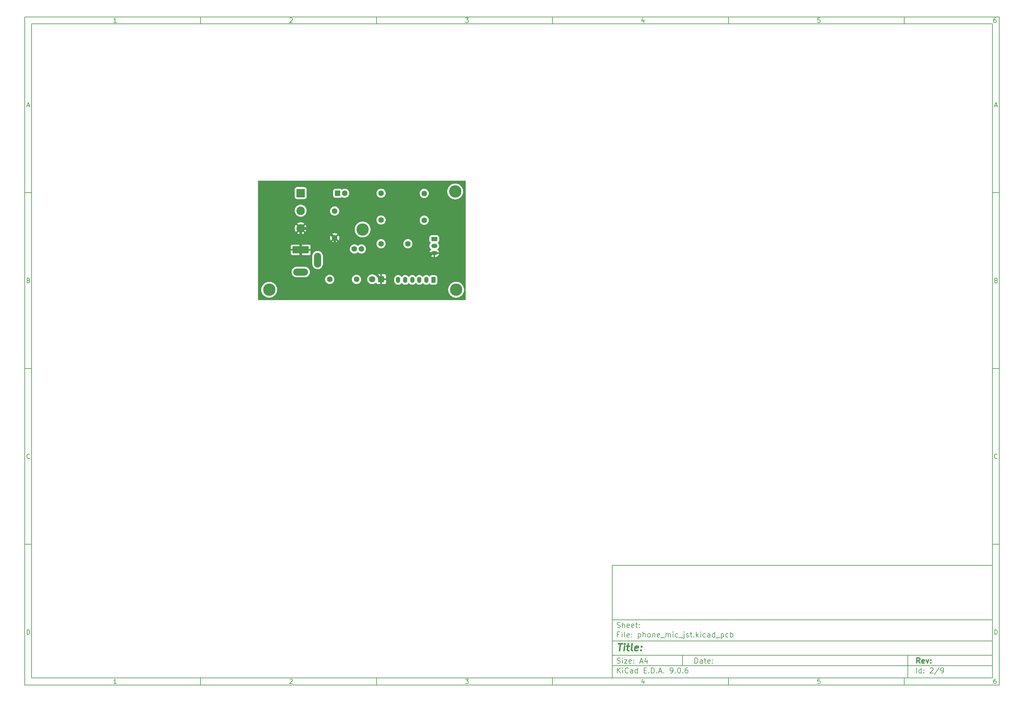
<source format=gbl>
%TF.GenerationSoftware,KiCad,Pcbnew,9.0.6-9.0.6~ubuntu24.04.1*%
%TF.CreationDate,2025-11-30T17:34:31+01:00*%
%TF.ProjectId,phone_mic_jst,70686f6e-655f-46d6-9963-5f6a73742e6b,rev?*%
%TF.SameCoordinates,Original*%
%TF.FileFunction,Copper,L2,Bot*%
%TF.FilePolarity,Positive*%
%FSLAX46Y46*%
G04 Gerber Fmt 4.6, Leading zero omitted, Abs format (unit mm)*
G04 Created by KiCad (PCBNEW 9.0.6-9.0.6~ubuntu24.04.1) date 2025-11-30 17:34:31*
%MOMM*%
%LPD*%
G01*
G04 APERTURE LIST*
G04 Aperture macros list*
%AMRoundRect*
0 Rectangle with rounded corners*
0 $1 Rounding radius*
0 $2 $3 $4 $5 $6 $7 $8 $9 X,Y pos of 4 corners*
0 Add a 4 corners polygon primitive as box body*
4,1,4,$2,$3,$4,$5,$6,$7,$8,$9,$2,$3,0*
0 Add four circle primitives for the rounded corners*
1,1,$1+$1,$2,$3*
1,1,$1+$1,$4,$5*
1,1,$1+$1,$6,$7*
1,1,$1+$1,$8,$9*
0 Add four rect primitives between the rounded corners*
20,1,$1+$1,$2,$3,$4,$5,0*
20,1,$1+$1,$4,$5,$6,$7,0*
20,1,$1+$1,$6,$7,$8,$9,0*
20,1,$1+$1,$8,$9,$2,$3,0*%
G04 Aperture macros list end*
%ADD10C,0.100000*%
%ADD11C,0.150000*%
%ADD12C,0.300000*%
%ADD13C,0.400000*%
%TA.AperFunction,ComponentPad*%
%ADD14R,1.800000X1.800000*%
%TD*%
%TA.AperFunction,ComponentPad*%
%ADD15C,1.800000*%
%TD*%
%TA.AperFunction,ComponentPad*%
%ADD16RoundRect,0.250000X0.350000X0.625000X-0.350000X0.625000X-0.350000X-0.625000X0.350000X-0.625000X0*%
%TD*%
%TA.AperFunction,ComponentPad*%
%ADD17O,1.200000X1.750000*%
%TD*%
%TA.AperFunction,ComponentPad*%
%ADD18C,1.600000*%
%TD*%
%TA.AperFunction,ComponentPad*%
%ADD19C,3.500000*%
%TD*%
%TA.AperFunction,ComponentPad*%
%ADD20RoundRect,0.250000X-0.625000X0.350000X-0.625000X-0.350000X0.625000X-0.350000X0.625000X0.350000X0*%
%TD*%
%TA.AperFunction,ComponentPad*%
%ADD21O,1.750000X1.200000*%
%TD*%
%TA.AperFunction,ComponentPad*%
%ADD22R,4.600000X2.000000*%
%TD*%
%TA.AperFunction,ComponentPad*%
%ADD23O,4.200000X2.000000*%
%TD*%
%TA.AperFunction,ComponentPad*%
%ADD24O,2.000000X4.200000*%
%TD*%
%TA.AperFunction,ComponentPad*%
%ADD25RoundRect,0.250000X-0.550000X-0.550000X0.550000X-0.550000X0.550000X0.550000X-0.550000X0.550000X0*%
%TD*%
%TA.AperFunction,ComponentPad*%
%ADD26RoundRect,0.250001X-0.949999X0.949999X-0.949999X-0.949999X0.949999X-0.949999X0.949999X0.949999X0*%
%TD*%
%TA.AperFunction,ComponentPad*%
%ADD27C,2.400000*%
%TD*%
%TA.AperFunction,Conductor*%
%ADD28C,0.800000*%
%TD*%
G04 APERTURE END LIST*
D10*
D11*
X177002200Y-166007200D02*
X285002200Y-166007200D01*
X285002200Y-198007200D01*
X177002200Y-198007200D01*
X177002200Y-166007200D01*
D10*
D11*
X10000000Y-10000000D02*
X287002200Y-10000000D01*
X287002200Y-200007200D01*
X10000000Y-200007200D01*
X10000000Y-10000000D01*
D10*
D11*
X12000000Y-12000000D02*
X285002200Y-12000000D01*
X285002200Y-198007200D01*
X12000000Y-198007200D01*
X12000000Y-12000000D01*
D10*
D11*
X60000000Y-12000000D02*
X60000000Y-10000000D01*
D10*
D11*
X110000000Y-12000000D02*
X110000000Y-10000000D01*
D10*
D11*
X160000000Y-12000000D02*
X160000000Y-10000000D01*
D10*
D11*
X210000000Y-12000000D02*
X210000000Y-10000000D01*
D10*
D11*
X260000000Y-12000000D02*
X260000000Y-10000000D01*
D10*
D11*
X36089160Y-11593604D02*
X35346303Y-11593604D01*
X35717731Y-11593604D02*
X35717731Y-10293604D01*
X35717731Y-10293604D02*
X35593922Y-10479319D01*
X35593922Y-10479319D02*
X35470112Y-10603128D01*
X35470112Y-10603128D02*
X35346303Y-10665033D01*
D10*
D11*
X85346303Y-10417414D02*
X85408207Y-10355509D01*
X85408207Y-10355509D02*
X85532017Y-10293604D01*
X85532017Y-10293604D02*
X85841541Y-10293604D01*
X85841541Y-10293604D02*
X85965350Y-10355509D01*
X85965350Y-10355509D02*
X86027255Y-10417414D01*
X86027255Y-10417414D02*
X86089160Y-10541223D01*
X86089160Y-10541223D02*
X86089160Y-10665033D01*
X86089160Y-10665033D02*
X86027255Y-10850747D01*
X86027255Y-10850747D02*
X85284398Y-11593604D01*
X85284398Y-11593604D02*
X86089160Y-11593604D01*
D10*
D11*
X135284398Y-10293604D02*
X136089160Y-10293604D01*
X136089160Y-10293604D02*
X135655826Y-10788842D01*
X135655826Y-10788842D02*
X135841541Y-10788842D01*
X135841541Y-10788842D02*
X135965350Y-10850747D01*
X135965350Y-10850747D02*
X136027255Y-10912652D01*
X136027255Y-10912652D02*
X136089160Y-11036461D01*
X136089160Y-11036461D02*
X136089160Y-11345985D01*
X136089160Y-11345985D02*
X136027255Y-11469795D01*
X136027255Y-11469795D02*
X135965350Y-11531700D01*
X135965350Y-11531700D02*
X135841541Y-11593604D01*
X135841541Y-11593604D02*
X135470112Y-11593604D01*
X135470112Y-11593604D02*
X135346303Y-11531700D01*
X135346303Y-11531700D02*
X135284398Y-11469795D01*
D10*
D11*
X185965350Y-10726938D02*
X185965350Y-11593604D01*
X185655826Y-10231700D02*
X185346303Y-11160271D01*
X185346303Y-11160271D02*
X186151064Y-11160271D01*
D10*
D11*
X236027255Y-10293604D02*
X235408207Y-10293604D01*
X235408207Y-10293604D02*
X235346303Y-10912652D01*
X235346303Y-10912652D02*
X235408207Y-10850747D01*
X235408207Y-10850747D02*
X235532017Y-10788842D01*
X235532017Y-10788842D02*
X235841541Y-10788842D01*
X235841541Y-10788842D02*
X235965350Y-10850747D01*
X235965350Y-10850747D02*
X236027255Y-10912652D01*
X236027255Y-10912652D02*
X236089160Y-11036461D01*
X236089160Y-11036461D02*
X236089160Y-11345985D01*
X236089160Y-11345985D02*
X236027255Y-11469795D01*
X236027255Y-11469795D02*
X235965350Y-11531700D01*
X235965350Y-11531700D02*
X235841541Y-11593604D01*
X235841541Y-11593604D02*
X235532017Y-11593604D01*
X235532017Y-11593604D02*
X235408207Y-11531700D01*
X235408207Y-11531700D02*
X235346303Y-11469795D01*
D10*
D11*
X285965350Y-10293604D02*
X285717731Y-10293604D01*
X285717731Y-10293604D02*
X285593922Y-10355509D01*
X285593922Y-10355509D02*
X285532017Y-10417414D01*
X285532017Y-10417414D02*
X285408207Y-10603128D01*
X285408207Y-10603128D02*
X285346303Y-10850747D01*
X285346303Y-10850747D02*
X285346303Y-11345985D01*
X285346303Y-11345985D02*
X285408207Y-11469795D01*
X285408207Y-11469795D02*
X285470112Y-11531700D01*
X285470112Y-11531700D02*
X285593922Y-11593604D01*
X285593922Y-11593604D02*
X285841541Y-11593604D01*
X285841541Y-11593604D02*
X285965350Y-11531700D01*
X285965350Y-11531700D02*
X286027255Y-11469795D01*
X286027255Y-11469795D02*
X286089160Y-11345985D01*
X286089160Y-11345985D02*
X286089160Y-11036461D01*
X286089160Y-11036461D02*
X286027255Y-10912652D01*
X286027255Y-10912652D02*
X285965350Y-10850747D01*
X285965350Y-10850747D02*
X285841541Y-10788842D01*
X285841541Y-10788842D02*
X285593922Y-10788842D01*
X285593922Y-10788842D02*
X285470112Y-10850747D01*
X285470112Y-10850747D02*
X285408207Y-10912652D01*
X285408207Y-10912652D02*
X285346303Y-11036461D01*
D10*
D11*
X60000000Y-198007200D02*
X60000000Y-200007200D01*
D10*
D11*
X110000000Y-198007200D02*
X110000000Y-200007200D01*
D10*
D11*
X160000000Y-198007200D02*
X160000000Y-200007200D01*
D10*
D11*
X210000000Y-198007200D02*
X210000000Y-200007200D01*
D10*
D11*
X260000000Y-198007200D02*
X260000000Y-200007200D01*
D10*
D11*
X36089160Y-199600804D02*
X35346303Y-199600804D01*
X35717731Y-199600804D02*
X35717731Y-198300804D01*
X35717731Y-198300804D02*
X35593922Y-198486519D01*
X35593922Y-198486519D02*
X35470112Y-198610328D01*
X35470112Y-198610328D02*
X35346303Y-198672233D01*
D10*
D11*
X85346303Y-198424614D02*
X85408207Y-198362709D01*
X85408207Y-198362709D02*
X85532017Y-198300804D01*
X85532017Y-198300804D02*
X85841541Y-198300804D01*
X85841541Y-198300804D02*
X85965350Y-198362709D01*
X85965350Y-198362709D02*
X86027255Y-198424614D01*
X86027255Y-198424614D02*
X86089160Y-198548423D01*
X86089160Y-198548423D02*
X86089160Y-198672233D01*
X86089160Y-198672233D02*
X86027255Y-198857947D01*
X86027255Y-198857947D02*
X85284398Y-199600804D01*
X85284398Y-199600804D02*
X86089160Y-199600804D01*
D10*
D11*
X135284398Y-198300804D02*
X136089160Y-198300804D01*
X136089160Y-198300804D02*
X135655826Y-198796042D01*
X135655826Y-198796042D02*
X135841541Y-198796042D01*
X135841541Y-198796042D02*
X135965350Y-198857947D01*
X135965350Y-198857947D02*
X136027255Y-198919852D01*
X136027255Y-198919852D02*
X136089160Y-199043661D01*
X136089160Y-199043661D02*
X136089160Y-199353185D01*
X136089160Y-199353185D02*
X136027255Y-199476995D01*
X136027255Y-199476995D02*
X135965350Y-199538900D01*
X135965350Y-199538900D02*
X135841541Y-199600804D01*
X135841541Y-199600804D02*
X135470112Y-199600804D01*
X135470112Y-199600804D02*
X135346303Y-199538900D01*
X135346303Y-199538900D02*
X135284398Y-199476995D01*
D10*
D11*
X185965350Y-198734138D02*
X185965350Y-199600804D01*
X185655826Y-198238900D02*
X185346303Y-199167471D01*
X185346303Y-199167471D02*
X186151064Y-199167471D01*
D10*
D11*
X236027255Y-198300804D02*
X235408207Y-198300804D01*
X235408207Y-198300804D02*
X235346303Y-198919852D01*
X235346303Y-198919852D02*
X235408207Y-198857947D01*
X235408207Y-198857947D02*
X235532017Y-198796042D01*
X235532017Y-198796042D02*
X235841541Y-198796042D01*
X235841541Y-198796042D02*
X235965350Y-198857947D01*
X235965350Y-198857947D02*
X236027255Y-198919852D01*
X236027255Y-198919852D02*
X236089160Y-199043661D01*
X236089160Y-199043661D02*
X236089160Y-199353185D01*
X236089160Y-199353185D02*
X236027255Y-199476995D01*
X236027255Y-199476995D02*
X235965350Y-199538900D01*
X235965350Y-199538900D02*
X235841541Y-199600804D01*
X235841541Y-199600804D02*
X235532017Y-199600804D01*
X235532017Y-199600804D02*
X235408207Y-199538900D01*
X235408207Y-199538900D02*
X235346303Y-199476995D01*
D10*
D11*
X285965350Y-198300804D02*
X285717731Y-198300804D01*
X285717731Y-198300804D02*
X285593922Y-198362709D01*
X285593922Y-198362709D02*
X285532017Y-198424614D01*
X285532017Y-198424614D02*
X285408207Y-198610328D01*
X285408207Y-198610328D02*
X285346303Y-198857947D01*
X285346303Y-198857947D02*
X285346303Y-199353185D01*
X285346303Y-199353185D02*
X285408207Y-199476995D01*
X285408207Y-199476995D02*
X285470112Y-199538900D01*
X285470112Y-199538900D02*
X285593922Y-199600804D01*
X285593922Y-199600804D02*
X285841541Y-199600804D01*
X285841541Y-199600804D02*
X285965350Y-199538900D01*
X285965350Y-199538900D02*
X286027255Y-199476995D01*
X286027255Y-199476995D02*
X286089160Y-199353185D01*
X286089160Y-199353185D02*
X286089160Y-199043661D01*
X286089160Y-199043661D02*
X286027255Y-198919852D01*
X286027255Y-198919852D02*
X285965350Y-198857947D01*
X285965350Y-198857947D02*
X285841541Y-198796042D01*
X285841541Y-198796042D02*
X285593922Y-198796042D01*
X285593922Y-198796042D02*
X285470112Y-198857947D01*
X285470112Y-198857947D02*
X285408207Y-198919852D01*
X285408207Y-198919852D02*
X285346303Y-199043661D01*
D10*
D11*
X10000000Y-60000000D02*
X12000000Y-60000000D01*
D10*
D11*
X10000000Y-110000000D02*
X12000000Y-110000000D01*
D10*
D11*
X10000000Y-160000000D02*
X12000000Y-160000000D01*
D10*
D11*
X10690476Y-35222176D02*
X11309523Y-35222176D01*
X10566666Y-35593604D02*
X10999999Y-34293604D01*
X10999999Y-34293604D02*
X11433333Y-35593604D01*
D10*
D11*
X11092857Y-84912652D02*
X11278571Y-84974557D01*
X11278571Y-84974557D02*
X11340476Y-85036461D01*
X11340476Y-85036461D02*
X11402380Y-85160271D01*
X11402380Y-85160271D02*
X11402380Y-85345985D01*
X11402380Y-85345985D02*
X11340476Y-85469795D01*
X11340476Y-85469795D02*
X11278571Y-85531700D01*
X11278571Y-85531700D02*
X11154761Y-85593604D01*
X11154761Y-85593604D02*
X10659523Y-85593604D01*
X10659523Y-85593604D02*
X10659523Y-84293604D01*
X10659523Y-84293604D02*
X11092857Y-84293604D01*
X11092857Y-84293604D02*
X11216666Y-84355509D01*
X11216666Y-84355509D02*
X11278571Y-84417414D01*
X11278571Y-84417414D02*
X11340476Y-84541223D01*
X11340476Y-84541223D02*
X11340476Y-84665033D01*
X11340476Y-84665033D02*
X11278571Y-84788842D01*
X11278571Y-84788842D02*
X11216666Y-84850747D01*
X11216666Y-84850747D02*
X11092857Y-84912652D01*
X11092857Y-84912652D02*
X10659523Y-84912652D01*
D10*
D11*
X11402380Y-135469795D02*
X11340476Y-135531700D01*
X11340476Y-135531700D02*
X11154761Y-135593604D01*
X11154761Y-135593604D02*
X11030952Y-135593604D01*
X11030952Y-135593604D02*
X10845238Y-135531700D01*
X10845238Y-135531700D02*
X10721428Y-135407890D01*
X10721428Y-135407890D02*
X10659523Y-135284080D01*
X10659523Y-135284080D02*
X10597619Y-135036461D01*
X10597619Y-135036461D02*
X10597619Y-134850747D01*
X10597619Y-134850747D02*
X10659523Y-134603128D01*
X10659523Y-134603128D02*
X10721428Y-134479319D01*
X10721428Y-134479319D02*
X10845238Y-134355509D01*
X10845238Y-134355509D02*
X11030952Y-134293604D01*
X11030952Y-134293604D02*
X11154761Y-134293604D01*
X11154761Y-134293604D02*
X11340476Y-134355509D01*
X11340476Y-134355509D02*
X11402380Y-134417414D01*
D10*
D11*
X10659523Y-185593604D02*
X10659523Y-184293604D01*
X10659523Y-184293604D02*
X10969047Y-184293604D01*
X10969047Y-184293604D02*
X11154761Y-184355509D01*
X11154761Y-184355509D02*
X11278571Y-184479319D01*
X11278571Y-184479319D02*
X11340476Y-184603128D01*
X11340476Y-184603128D02*
X11402380Y-184850747D01*
X11402380Y-184850747D02*
X11402380Y-185036461D01*
X11402380Y-185036461D02*
X11340476Y-185284080D01*
X11340476Y-185284080D02*
X11278571Y-185407890D01*
X11278571Y-185407890D02*
X11154761Y-185531700D01*
X11154761Y-185531700D02*
X10969047Y-185593604D01*
X10969047Y-185593604D02*
X10659523Y-185593604D01*
D10*
D11*
X287002200Y-60000000D02*
X285002200Y-60000000D01*
D10*
D11*
X287002200Y-110000000D02*
X285002200Y-110000000D01*
D10*
D11*
X287002200Y-160000000D02*
X285002200Y-160000000D01*
D10*
D11*
X285692676Y-35222176D02*
X286311723Y-35222176D01*
X285568866Y-35593604D02*
X286002199Y-34293604D01*
X286002199Y-34293604D02*
X286435533Y-35593604D01*
D10*
D11*
X286095057Y-84912652D02*
X286280771Y-84974557D01*
X286280771Y-84974557D02*
X286342676Y-85036461D01*
X286342676Y-85036461D02*
X286404580Y-85160271D01*
X286404580Y-85160271D02*
X286404580Y-85345985D01*
X286404580Y-85345985D02*
X286342676Y-85469795D01*
X286342676Y-85469795D02*
X286280771Y-85531700D01*
X286280771Y-85531700D02*
X286156961Y-85593604D01*
X286156961Y-85593604D02*
X285661723Y-85593604D01*
X285661723Y-85593604D02*
X285661723Y-84293604D01*
X285661723Y-84293604D02*
X286095057Y-84293604D01*
X286095057Y-84293604D02*
X286218866Y-84355509D01*
X286218866Y-84355509D02*
X286280771Y-84417414D01*
X286280771Y-84417414D02*
X286342676Y-84541223D01*
X286342676Y-84541223D02*
X286342676Y-84665033D01*
X286342676Y-84665033D02*
X286280771Y-84788842D01*
X286280771Y-84788842D02*
X286218866Y-84850747D01*
X286218866Y-84850747D02*
X286095057Y-84912652D01*
X286095057Y-84912652D02*
X285661723Y-84912652D01*
D10*
D11*
X286404580Y-135469795D02*
X286342676Y-135531700D01*
X286342676Y-135531700D02*
X286156961Y-135593604D01*
X286156961Y-135593604D02*
X286033152Y-135593604D01*
X286033152Y-135593604D02*
X285847438Y-135531700D01*
X285847438Y-135531700D02*
X285723628Y-135407890D01*
X285723628Y-135407890D02*
X285661723Y-135284080D01*
X285661723Y-135284080D02*
X285599819Y-135036461D01*
X285599819Y-135036461D02*
X285599819Y-134850747D01*
X285599819Y-134850747D02*
X285661723Y-134603128D01*
X285661723Y-134603128D02*
X285723628Y-134479319D01*
X285723628Y-134479319D02*
X285847438Y-134355509D01*
X285847438Y-134355509D02*
X286033152Y-134293604D01*
X286033152Y-134293604D02*
X286156961Y-134293604D01*
X286156961Y-134293604D02*
X286342676Y-134355509D01*
X286342676Y-134355509D02*
X286404580Y-134417414D01*
D10*
D11*
X285661723Y-185593604D02*
X285661723Y-184293604D01*
X285661723Y-184293604D02*
X285971247Y-184293604D01*
X285971247Y-184293604D02*
X286156961Y-184355509D01*
X286156961Y-184355509D02*
X286280771Y-184479319D01*
X286280771Y-184479319D02*
X286342676Y-184603128D01*
X286342676Y-184603128D02*
X286404580Y-184850747D01*
X286404580Y-184850747D02*
X286404580Y-185036461D01*
X286404580Y-185036461D02*
X286342676Y-185284080D01*
X286342676Y-185284080D02*
X286280771Y-185407890D01*
X286280771Y-185407890D02*
X286156961Y-185531700D01*
X286156961Y-185531700D02*
X285971247Y-185593604D01*
X285971247Y-185593604D02*
X285661723Y-185593604D01*
D10*
D11*
X200458026Y-193793328D02*
X200458026Y-192293328D01*
X200458026Y-192293328D02*
X200815169Y-192293328D01*
X200815169Y-192293328D02*
X201029455Y-192364757D01*
X201029455Y-192364757D02*
X201172312Y-192507614D01*
X201172312Y-192507614D02*
X201243741Y-192650471D01*
X201243741Y-192650471D02*
X201315169Y-192936185D01*
X201315169Y-192936185D02*
X201315169Y-193150471D01*
X201315169Y-193150471D02*
X201243741Y-193436185D01*
X201243741Y-193436185D02*
X201172312Y-193579042D01*
X201172312Y-193579042D02*
X201029455Y-193721900D01*
X201029455Y-193721900D02*
X200815169Y-193793328D01*
X200815169Y-193793328D02*
X200458026Y-193793328D01*
X202600884Y-193793328D02*
X202600884Y-193007614D01*
X202600884Y-193007614D02*
X202529455Y-192864757D01*
X202529455Y-192864757D02*
X202386598Y-192793328D01*
X202386598Y-192793328D02*
X202100884Y-192793328D01*
X202100884Y-192793328D02*
X201958026Y-192864757D01*
X202600884Y-193721900D02*
X202458026Y-193793328D01*
X202458026Y-193793328D02*
X202100884Y-193793328D01*
X202100884Y-193793328D02*
X201958026Y-193721900D01*
X201958026Y-193721900D02*
X201886598Y-193579042D01*
X201886598Y-193579042D02*
X201886598Y-193436185D01*
X201886598Y-193436185D02*
X201958026Y-193293328D01*
X201958026Y-193293328D02*
X202100884Y-193221900D01*
X202100884Y-193221900D02*
X202458026Y-193221900D01*
X202458026Y-193221900D02*
X202600884Y-193150471D01*
X203100884Y-192793328D02*
X203672312Y-192793328D01*
X203315169Y-192293328D02*
X203315169Y-193579042D01*
X203315169Y-193579042D02*
X203386598Y-193721900D01*
X203386598Y-193721900D02*
X203529455Y-193793328D01*
X203529455Y-193793328D02*
X203672312Y-193793328D01*
X204743741Y-193721900D02*
X204600884Y-193793328D01*
X204600884Y-193793328D02*
X204315170Y-193793328D01*
X204315170Y-193793328D02*
X204172312Y-193721900D01*
X204172312Y-193721900D02*
X204100884Y-193579042D01*
X204100884Y-193579042D02*
X204100884Y-193007614D01*
X204100884Y-193007614D02*
X204172312Y-192864757D01*
X204172312Y-192864757D02*
X204315170Y-192793328D01*
X204315170Y-192793328D02*
X204600884Y-192793328D01*
X204600884Y-192793328D02*
X204743741Y-192864757D01*
X204743741Y-192864757D02*
X204815170Y-193007614D01*
X204815170Y-193007614D02*
X204815170Y-193150471D01*
X204815170Y-193150471D02*
X204100884Y-193293328D01*
X205458026Y-193650471D02*
X205529455Y-193721900D01*
X205529455Y-193721900D02*
X205458026Y-193793328D01*
X205458026Y-193793328D02*
X205386598Y-193721900D01*
X205386598Y-193721900D02*
X205458026Y-193650471D01*
X205458026Y-193650471D02*
X205458026Y-193793328D01*
X205458026Y-192864757D02*
X205529455Y-192936185D01*
X205529455Y-192936185D02*
X205458026Y-193007614D01*
X205458026Y-193007614D02*
X205386598Y-192936185D01*
X205386598Y-192936185D02*
X205458026Y-192864757D01*
X205458026Y-192864757D02*
X205458026Y-193007614D01*
D10*
D11*
X177002200Y-194507200D02*
X285002200Y-194507200D01*
D10*
D11*
X178458026Y-196593328D02*
X178458026Y-195093328D01*
X179315169Y-196593328D02*
X178672312Y-195736185D01*
X179315169Y-195093328D02*
X178458026Y-195950471D01*
X179958026Y-196593328D02*
X179958026Y-195593328D01*
X179958026Y-195093328D02*
X179886598Y-195164757D01*
X179886598Y-195164757D02*
X179958026Y-195236185D01*
X179958026Y-195236185D02*
X180029455Y-195164757D01*
X180029455Y-195164757D02*
X179958026Y-195093328D01*
X179958026Y-195093328D02*
X179958026Y-195236185D01*
X181529455Y-196450471D02*
X181458027Y-196521900D01*
X181458027Y-196521900D02*
X181243741Y-196593328D01*
X181243741Y-196593328D02*
X181100884Y-196593328D01*
X181100884Y-196593328D02*
X180886598Y-196521900D01*
X180886598Y-196521900D02*
X180743741Y-196379042D01*
X180743741Y-196379042D02*
X180672312Y-196236185D01*
X180672312Y-196236185D02*
X180600884Y-195950471D01*
X180600884Y-195950471D02*
X180600884Y-195736185D01*
X180600884Y-195736185D02*
X180672312Y-195450471D01*
X180672312Y-195450471D02*
X180743741Y-195307614D01*
X180743741Y-195307614D02*
X180886598Y-195164757D01*
X180886598Y-195164757D02*
X181100884Y-195093328D01*
X181100884Y-195093328D02*
X181243741Y-195093328D01*
X181243741Y-195093328D02*
X181458027Y-195164757D01*
X181458027Y-195164757D02*
X181529455Y-195236185D01*
X182815170Y-196593328D02*
X182815170Y-195807614D01*
X182815170Y-195807614D02*
X182743741Y-195664757D01*
X182743741Y-195664757D02*
X182600884Y-195593328D01*
X182600884Y-195593328D02*
X182315170Y-195593328D01*
X182315170Y-195593328D02*
X182172312Y-195664757D01*
X182815170Y-196521900D02*
X182672312Y-196593328D01*
X182672312Y-196593328D02*
X182315170Y-196593328D01*
X182315170Y-196593328D02*
X182172312Y-196521900D01*
X182172312Y-196521900D02*
X182100884Y-196379042D01*
X182100884Y-196379042D02*
X182100884Y-196236185D01*
X182100884Y-196236185D02*
X182172312Y-196093328D01*
X182172312Y-196093328D02*
X182315170Y-196021900D01*
X182315170Y-196021900D02*
X182672312Y-196021900D01*
X182672312Y-196021900D02*
X182815170Y-195950471D01*
X184172313Y-196593328D02*
X184172313Y-195093328D01*
X184172313Y-196521900D02*
X184029455Y-196593328D01*
X184029455Y-196593328D02*
X183743741Y-196593328D01*
X183743741Y-196593328D02*
X183600884Y-196521900D01*
X183600884Y-196521900D02*
X183529455Y-196450471D01*
X183529455Y-196450471D02*
X183458027Y-196307614D01*
X183458027Y-196307614D02*
X183458027Y-195879042D01*
X183458027Y-195879042D02*
X183529455Y-195736185D01*
X183529455Y-195736185D02*
X183600884Y-195664757D01*
X183600884Y-195664757D02*
X183743741Y-195593328D01*
X183743741Y-195593328D02*
X184029455Y-195593328D01*
X184029455Y-195593328D02*
X184172313Y-195664757D01*
X186029455Y-195807614D02*
X186529455Y-195807614D01*
X186743741Y-196593328D02*
X186029455Y-196593328D01*
X186029455Y-196593328D02*
X186029455Y-195093328D01*
X186029455Y-195093328D02*
X186743741Y-195093328D01*
X187386598Y-196450471D02*
X187458027Y-196521900D01*
X187458027Y-196521900D02*
X187386598Y-196593328D01*
X187386598Y-196593328D02*
X187315170Y-196521900D01*
X187315170Y-196521900D02*
X187386598Y-196450471D01*
X187386598Y-196450471D02*
X187386598Y-196593328D01*
X188100884Y-196593328D02*
X188100884Y-195093328D01*
X188100884Y-195093328D02*
X188458027Y-195093328D01*
X188458027Y-195093328D02*
X188672313Y-195164757D01*
X188672313Y-195164757D02*
X188815170Y-195307614D01*
X188815170Y-195307614D02*
X188886599Y-195450471D01*
X188886599Y-195450471D02*
X188958027Y-195736185D01*
X188958027Y-195736185D02*
X188958027Y-195950471D01*
X188958027Y-195950471D02*
X188886599Y-196236185D01*
X188886599Y-196236185D02*
X188815170Y-196379042D01*
X188815170Y-196379042D02*
X188672313Y-196521900D01*
X188672313Y-196521900D02*
X188458027Y-196593328D01*
X188458027Y-196593328D02*
X188100884Y-196593328D01*
X189600884Y-196450471D02*
X189672313Y-196521900D01*
X189672313Y-196521900D02*
X189600884Y-196593328D01*
X189600884Y-196593328D02*
X189529456Y-196521900D01*
X189529456Y-196521900D02*
X189600884Y-196450471D01*
X189600884Y-196450471D02*
X189600884Y-196593328D01*
X190243742Y-196164757D02*
X190958028Y-196164757D01*
X190100885Y-196593328D02*
X190600885Y-195093328D01*
X190600885Y-195093328D02*
X191100885Y-196593328D01*
X191600884Y-196450471D02*
X191672313Y-196521900D01*
X191672313Y-196521900D02*
X191600884Y-196593328D01*
X191600884Y-196593328D02*
X191529456Y-196521900D01*
X191529456Y-196521900D02*
X191600884Y-196450471D01*
X191600884Y-196450471D02*
X191600884Y-196593328D01*
X193529456Y-196593328D02*
X193815170Y-196593328D01*
X193815170Y-196593328D02*
X193958027Y-196521900D01*
X193958027Y-196521900D02*
X194029456Y-196450471D01*
X194029456Y-196450471D02*
X194172313Y-196236185D01*
X194172313Y-196236185D02*
X194243742Y-195950471D01*
X194243742Y-195950471D02*
X194243742Y-195379042D01*
X194243742Y-195379042D02*
X194172313Y-195236185D01*
X194172313Y-195236185D02*
X194100885Y-195164757D01*
X194100885Y-195164757D02*
X193958027Y-195093328D01*
X193958027Y-195093328D02*
X193672313Y-195093328D01*
X193672313Y-195093328D02*
X193529456Y-195164757D01*
X193529456Y-195164757D02*
X193458027Y-195236185D01*
X193458027Y-195236185D02*
X193386599Y-195379042D01*
X193386599Y-195379042D02*
X193386599Y-195736185D01*
X193386599Y-195736185D02*
X193458027Y-195879042D01*
X193458027Y-195879042D02*
X193529456Y-195950471D01*
X193529456Y-195950471D02*
X193672313Y-196021900D01*
X193672313Y-196021900D02*
X193958027Y-196021900D01*
X193958027Y-196021900D02*
X194100885Y-195950471D01*
X194100885Y-195950471D02*
X194172313Y-195879042D01*
X194172313Y-195879042D02*
X194243742Y-195736185D01*
X194886598Y-196450471D02*
X194958027Y-196521900D01*
X194958027Y-196521900D02*
X194886598Y-196593328D01*
X194886598Y-196593328D02*
X194815170Y-196521900D01*
X194815170Y-196521900D02*
X194886598Y-196450471D01*
X194886598Y-196450471D02*
X194886598Y-196593328D01*
X195886599Y-195093328D02*
X196029456Y-195093328D01*
X196029456Y-195093328D02*
X196172313Y-195164757D01*
X196172313Y-195164757D02*
X196243742Y-195236185D01*
X196243742Y-195236185D02*
X196315170Y-195379042D01*
X196315170Y-195379042D02*
X196386599Y-195664757D01*
X196386599Y-195664757D02*
X196386599Y-196021900D01*
X196386599Y-196021900D02*
X196315170Y-196307614D01*
X196315170Y-196307614D02*
X196243742Y-196450471D01*
X196243742Y-196450471D02*
X196172313Y-196521900D01*
X196172313Y-196521900D02*
X196029456Y-196593328D01*
X196029456Y-196593328D02*
X195886599Y-196593328D01*
X195886599Y-196593328D02*
X195743742Y-196521900D01*
X195743742Y-196521900D02*
X195672313Y-196450471D01*
X195672313Y-196450471D02*
X195600884Y-196307614D01*
X195600884Y-196307614D02*
X195529456Y-196021900D01*
X195529456Y-196021900D02*
X195529456Y-195664757D01*
X195529456Y-195664757D02*
X195600884Y-195379042D01*
X195600884Y-195379042D02*
X195672313Y-195236185D01*
X195672313Y-195236185D02*
X195743742Y-195164757D01*
X195743742Y-195164757D02*
X195886599Y-195093328D01*
X197029455Y-196450471D02*
X197100884Y-196521900D01*
X197100884Y-196521900D02*
X197029455Y-196593328D01*
X197029455Y-196593328D02*
X196958027Y-196521900D01*
X196958027Y-196521900D02*
X197029455Y-196450471D01*
X197029455Y-196450471D02*
X197029455Y-196593328D01*
X198386599Y-195093328D02*
X198100884Y-195093328D01*
X198100884Y-195093328D02*
X197958027Y-195164757D01*
X197958027Y-195164757D02*
X197886599Y-195236185D01*
X197886599Y-195236185D02*
X197743741Y-195450471D01*
X197743741Y-195450471D02*
X197672313Y-195736185D01*
X197672313Y-195736185D02*
X197672313Y-196307614D01*
X197672313Y-196307614D02*
X197743741Y-196450471D01*
X197743741Y-196450471D02*
X197815170Y-196521900D01*
X197815170Y-196521900D02*
X197958027Y-196593328D01*
X197958027Y-196593328D02*
X198243741Y-196593328D01*
X198243741Y-196593328D02*
X198386599Y-196521900D01*
X198386599Y-196521900D02*
X198458027Y-196450471D01*
X198458027Y-196450471D02*
X198529456Y-196307614D01*
X198529456Y-196307614D02*
X198529456Y-195950471D01*
X198529456Y-195950471D02*
X198458027Y-195807614D01*
X198458027Y-195807614D02*
X198386599Y-195736185D01*
X198386599Y-195736185D02*
X198243741Y-195664757D01*
X198243741Y-195664757D02*
X197958027Y-195664757D01*
X197958027Y-195664757D02*
X197815170Y-195736185D01*
X197815170Y-195736185D02*
X197743741Y-195807614D01*
X197743741Y-195807614D02*
X197672313Y-195950471D01*
D10*
D11*
X177002200Y-191507200D02*
X285002200Y-191507200D01*
D10*
D12*
X264413853Y-193785528D02*
X263913853Y-193071242D01*
X263556710Y-193785528D02*
X263556710Y-192285528D01*
X263556710Y-192285528D02*
X264128139Y-192285528D01*
X264128139Y-192285528D02*
X264270996Y-192356957D01*
X264270996Y-192356957D02*
X264342425Y-192428385D01*
X264342425Y-192428385D02*
X264413853Y-192571242D01*
X264413853Y-192571242D02*
X264413853Y-192785528D01*
X264413853Y-192785528D02*
X264342425Y-192928385D01*
X264342425Y-192928385D02*
X264270996Y-192999814D01*
X264270996Y-192999814D02*
X264128139Y-193071242D01*
X264128139Y-193071242D02*
X263556710Y-193071242D01*
X265628139Y-193714100D02*
X265485282Y-193785528D01*
X265485282Y-193785528D02*
X265199568Y-193785528D01*
X265199568Y-193785528D02*
X265056710Y-193714100D01*
X265056710Y-193714100D02*
X264985282Y-193571242D01*
X264985282Y-193571242D02*
X264985282Y-192999814D01*
X264985282Y-192999814D02*
X265056710Y-192856957D01*
X265056710Y-192856957D02*
X265199568Y-192785528D01*
X265199568Y-192785528D02*
X265485282Y-192785528D01*
X265485282Y-192785528D02*
X265628139Y-192856957D01*
X265628139Y-192856957D02*
X265699568Y-192999814D01*
X265699568Y-192999814D02*
X265699568Y-193142671D01*
X265699568Y-193142671D02*
X264985282Y-193285528D01*
X266199567Y-192785528D02*
X266556710Y-193785528D01*
X266556710Y-193785528D02*
X266913853Y-192785528D01*
X267485281Y-193642671D02*
X267556710Y-193714100D01*
X267556710Y-193714100D02*
X267485281Y-193785528D01*
X267485281Y-193785528D02*
X267413853Y-193714100D01*
X267413853Y-193714100D02*
X267485281Y-193642671D01*
X267485281Y-193642671D02*
X267485281Y-193785528D01*
X267485281Y-192856957D02*
X267556710Y-192928385D01*
X267556710Y-192928385D02*
X267485281Y-192999814D01*
X267485281Y-192999814D02*
X267413853Y-192928385D01*
X267413853Y-192928385D02*
X267485281Y-192856957D01*
X267485281Y-192856957D02*
X267485281Y-192999814D01*
D10*
D11*
X178386598Y-193721900D02*
X178600884Y-193793328D01*
X178600884Y-193793328D02*
X178958026Y-193793328D01*
X178958026Y-193793328D02*
X179100884Y-193721900D01*
X179100884Y-193721900D02*
X179172312Y-193650471D01*
X179172312Y-193650471D02*
X179243741Y-193507614D01*
X179243741Y-193507614D02*
X179243741Y-193364757D01*
X179243741Y-193364757D02*
X179172312Y-193221900D01*
X179172312Y-193221900D02*
X179100884Y-193150471D01*
X179100884Y-193150471D02*
X178958026Y-193079042D01*
X178958026Y-193079042D02*
X178672312Y-193007614D01*
X178672312Y-193007614D02*
X178529455Y-192936185D01*
X178529455Y-192936185D02*
X178458026Y-192864757D01*
X178458026Y-192864757D02*
X178386598Y-192721900D01*
X178386598Y-192721900D02*
X178386598Y-192579042D01*
X178386598Y-192579042D02*
X178458026Y-192436185D01*
X178458026Y-192436185D02*
X178529455Y-192364757D01*
X178529455Y-192364757D02*
X178672312Y-192293328D01*
X178672312Y-192293328D02*
X179029455Y-192293328D01*
X179029455Y-192293328D02*
X179243741Y-192364757D01*
X179886597Y-193793328D02*
X179886597Y-192793328D01*
X179886597Y-192293328D02*
X179815169Y-192364757D01*
X179815169Y-192364757D02*
X179886597Y-192436185D01*
X179886597Y-192436185D02*
X179958026Y-192364757D01*
X179958026Y-192364757D02*
X179886597Y-192293328D01*
X179886597Y-192293328D02*
X179886597Y-192436185D01*
X180458026Y-192793328D02*
X181243741Y-192793328D01*
X181243741Y-192793328D02*
X180458026Y-193793328D01*
X180458026Y-193793328D02*
X181243741Y-193793328D01*
X182386598Y-193721900D02*
X182243741Y-193793328D01*
X182243741Y-193793328D02*
X181958027Y-193793328D01*
X181958027Y-193793328D02*
X181815169Y-193721900D01*
X181815169Y-193721900D02*
X181743741Y-193579042D01*
X181743741Y-193579042D02*
X181743741Y-193007614D01*
X181743741Y-193007614D02*
X181815169Y-192864757D01*
X181815169Y-192864757D02*
X181958027Y-192793328D01*
X181958027Y-192793328D02*
X182243741Y-192793328D01*
X182243741Y-192793328D02*
X182386598Y-192864757D01*
X182386598Y-192864757D02*
X182458027Y-193007614D01*
X182458027Y-193007614D02*
X182458027Y-193150471D01*
X182458027Y-193150471D02*
X181743741Y-193293328D01*
X183100883Y-193650471D02*
X183172312Y-193721900D01*
X183172312Y-193721900D02*
X183100883Y-193793328D01*
X183100883Y-193793328D02*
X183029455Y-193721900D01*
X183029455Y-193721900D02*
X183100883Y-193650471D01*
X183100883Y-193650471D02*
X183100883Y-193793328D01*
X183100883Y-192864757D02*
X183172312Y-192936185D01*
X183172312Y-192936185D02*
X183100883Y-193007614D01*
X183100883Y-193007614D02*
X183029455Y-192936185D01*
X183029455Y-192936185D02*
X183100883Y-192864757D01*
X183100883Y-192864757D02*
X183100883Y-193007614D01*
X184886598Y-193364757D02*
X185600884Y-193364757D01*
X184743741Y-193793328D02*
X185243741Y-192293328D01*
X185243741Y-192293328D02*
X185743741Y-193793328D01*
X186886598Y-192793328D02*
X186886598Y-193793328D01*
X186529455Y-192221900D02*
X186172312Y-193293328D01*
X186172312Y-193293328D02*
X187100883Y-193293328D01*
D10*
D11*
X263458026Y-196593328D02*
X263458026Y-195093328D01*
X264815170Y-196593328D02*
X264815170Y-195093328D01*
X264815170Y-196521900D02*
X264672312Y-196593328D01*
X264672312Y-196593328D02*
X264386598Y-196593328D01*
X264386598Y-196593328D02*
X264243741Y-196521900D01*
X264243741Y-196521900D02*
X264172312Y-196450471D01*
X264172312Y-196450471D02*
X264100884Y-196307614D01*
X264100884Y-196307614D02*
X264100884Y-195879042D01*
X264100884Y-195879042D02*
X264172312Y-195736185D01*
X264172312Y-195736185D02*
X264243741Y-195664757D01*
X264243741Y-195664757D02*
X264386598Y-195593328D01*
X264386598Y-195593328D02*
X264672312Y-195593328D01*
X264672312Y-195593328D02*
X264815170Y-195664757D01*
X265529455Y-196450471D02*
X265600884Y-196521900D01*
X265600884Y-196521900D02*
X265529455Y-196593328D01*
X265529455Y-196593328D02*
X265458027Y-196521900D01*
X265458027Y-196521900D02*
X265529455Y-196450471D01*
X265529455Y-196450471D02*
X265529455Y-196593328D01*
X265529455Y-195664757D02*
X265600884Y-195736185D01*
X265600884Y-195736185D02*
X265529455Y-195807614D01*
X265529455Y-195807614D02*
X265458027Y-195736185D01*
X265458027Y-195736185D02*
X265529455Y-195664757D01*
X265529455Y-195664757D02*
X265529455Y-195807614D01*
X267315170Y-195236185D02*
X267386598Y-195164757D01*
X267386598Y-195164757D02*
X267529456Y-195093328D01*
X267529456Y-195093328D02*
X267886598Y-195093328D01*
X267886598Y-195093328D02*
X268029456Y-195164757D01*
X268029456Y-195164757D02*
X268100884Y-195236185D01*
X268100884Y-195236185D02*
X268172313Y-195379042D01*
X268172313Y-195379042D02*
X268172313Y-195521900D01*
X268172313Y-195521900D02*
X268100884Y-195736185D01*
X268100884Y-195736185D02*
X267243741Y-196593328D01*
X267243741Y-196593328D02*
X268172313Y-196593328D01*
X269886598Y-195021900D02*
X268600884Y-196950471D01*
X270458027Y-196593328D02*
X270743741Y-196593328D01*
X270743741Y-196593328D02*
X270886598Y-196521900D01*
X270886598Y-196521900D02*
X270958027Y-196450471D01*
X270958027Y-196450471D02*
X271100884Y-196236185D01*
X271100884Y-196236185D02*
X271172313Y-195950471D01*
X271172313Y-195950471D02*
X271172313Y-195379042D01*
X271172313Y-195379042D02*
X271100884Y-195236185D01*
X271100884Y-195236185D02*
X271029456Y-195164757D01*
X271029456Y-195164757D02*
X270886598Y-195093328D01*
X270886598Y-195093328D02*
X270600884Y-195093328D01*
X270600884Y-195093328D02*
X270458027Y-195164757D01*
X270458027Y-195164757D02*
X270386598Y-195236185D01*
X270386598Y-195236185D02*
X270315170Y-195379042D01*
X270315170Y-195379042D02*
X270315170Y-195736185D01*
X270315170Y-195736185D02*
X270386598Y-195879042D01*
X270386598Y-195879042D02*
X270458027Y-195950471D01*
X270458027Y-195950471D02*
X270600884Y-196021900D01*
X270600884Y-196021900D02*
X270886598Y-196021900D01*
X270886598Y-196021900D02*
X271029456Y-195950471D01*
X271029456Y-195950471D02*
X271100884Y-195879042D01*
X271100884Y-195879042D02*
X271172313Y-195736185D01*
D10*
D11*
X177002200Y-187507200D02*
X285002200Y-187507200D01*
D10*
D13*
X178693928Y-188211638D02*
X179836785Y-188211638D01*
X179015357Y-190211638D02*
X179265357Y-188211638D01*
X180253452Y-190211638D02*
X180420119Y-188878304D01*
X180503452Y-188211638D02*
X180396309Y-188306876D01*
X180396309Y-188306876D02*
X180479643Y-188402114D01*
X180479643Y-188402114D02*
X180586786Y-188306876D01*
X180586786Y-188306876D02*
X180503452Y-188211638D01*
X180503452Y-188211638D02*
X180479643Y-188402114D01*
X181086786Y-188878304D02*
X181848690Y-188878304D01*
X181455833Y-188211638D02*
X181241548Y-189925923D01*
X181241548Y-189925923D02*
X181312976Y-190116400D01*
X181312976Y-190116400D02*
X181491548Y-190211638D01*
X181491548Y-190211638D02*
X181682024Y-190211638D01*
X182634405Y-190211638D02*
X182455833Y-190116400D01*
X182455833Y-190116400D02*
X182384405Y-189925923D01*
X182384405Y-189925923D02*
X182598690Y-188211638D01*
X184170119Y-190116400D02*
X183967738Y-190211638D01*
X183967738Y-190211638D02*
X183586785Y-190211638D01*
X183586785Y-190211638D02*
X183408214Y-190116400D01*
X183408214Y-190116400D02*
X183336785Y-189925923D01*
X183336785Y-189925923D02*
X183432024Y-189164019D01*
X183432024Y-189164019D02*
X183551071Y-188973542D01*
X183551071Y-188973542D02*
X183753452Y-188878304D01*
X183753452Y-188878304D02*
X184134404Y-188878304D01*
X184134404Y-188878304D02*
X184312976Y-188973542D01*
X184312976Y-188973542D02*
X184384404Y-189164019D01*
X184384404Y-189164019D02*
X184360595Y-189354495D01*
X184360595Y-189354495D02*
X183384404Y-189544971D01*
X185134405Y-190021161D02*
X185217738Y-190116400D01*
X185217738Y-190116400D02*
X185110595Y-190211638D01*
X185110595Y-190211638D02*
X185027262Y-190116400D01*
X185027262Y-190116400D02*
X185134405Y-190021161D01*
X185134405Y-190021161D02*
X185110595Y-190211638D01*
X185265357Y-188973542D02*
X185348690Y-189068780D01*
X185348690Y-189068780D02*
X185241548Y-189164019D01*
X185241548Y-189164019D02*
X185158214Y-189068780D01*
X185158214Y-189068780D02*
X185265357Y-188973542D01*
X185265357Y-188973542D02*
X185241548Y-189164019D01*
D10*
D11*
X178958026Y-185607614D02*
X178458026Y-185607614D01*
X178458026Y-186393328D02*
X178458026Y-184893328D01*
X178458026Y-184893328D02*
X179172312Y-184893328D01*
X179743740Y-186393328D02*
X179743740Y-185393328D01*
X179743740Y-184893328D02*
X179672312Y-184964757D01*
X179672312Y-184964757D02*
X179743740Y-185036185D01*
X179743740Y-185036185D02*
X179815169Y-184964757D01*
X179815169Y-184964757D02*
X179743740Y-184893328D01*
X179743740Y-184893328D02*
X179743740Y-185036185D01*
X180672312Y-186393328D02*
X180529455Y-186321900D01*
X180529455Y-186321900D02*
X180458026Y-186179042D01*
X180458026Y-186179042D02*
X180458026Y-184893328D01*
X181815169Y-186321900D02*
X181672312Y-186393328D01*
X181672312Y-186393328D02*
X181386598Y-186393328D01*
X181386598Y-186393328D02*
X181243740Y-186321900D01*
X181243740Y-186321900D02*
X181172312Y-186179042D01*
X181172312Y-186179042D02*
X181172312Y-185607614D01*
X181172312Y-185607614D02*
X181243740Y-185464757D01*
X181243740Y-185464757D02*
X181386598Y-185393328D01*
X181386598Y-185393328D02*
X181672312Y-185393328D01*
X181672312Y-185393328D02*
X181815169Y-185464757D01*
X181815169Y-185464757D02*
X181886598Y-185607614D01*
X181886598Y-185607614D02*
X181886598Y-185750471D01*
X181886598Y-185750471D02*
X181172312Y-185893328D01*
X182529454Y-186250471D02*
X182600883Y-186321900D01*
X182600883Y-186321900D02*
X182529454Y-186393328D01*
X182529454Y-186393328D02*
X182458026Y-186321900D01*
X182458026Y-186321900D02*
X182529454Y-186250471D01*
X182529454Y-186250471D02*
X182529454Y-186393328D01*
X182529454Y-185464757D02*
X182600883Y-185536185D01*
X182600883Y-185536185D02*
X182529454Y-185607614D01*
X182529454Y-185607614D02*
X182458026Y-185536185D01*
X182458026Y-185536185D02*
X182529454Y-185464757D01*
X182529454Y-185464757D02*
X182529454Y-185607614D01*
X184386597Y-185393328D02*
X184386597Y-186893328D01*
X184386597Y-185464757D02*
X184529455Y-185393328D01*
X184529455Y-185393328D02*
X184815169Y-185393328D01*
X184815169Y-185393328D02*
X184958026Y-185464757D01*
X184958026Y-185464757D02*
X185029455Y-185536185D01*
X185029455Y-185536185D02*
X185100883Y-185679042D01*
X185100883Y-185679042D02*
X185100883Y-186107614D01*
X185100883Y-186107614D02*
X185029455Y-186250471D01*
X185029455Y-186250471D02*
X184958026Y-186321900D01*
X184958026Y-186321900D02*
X184815169Y-186393328D01*
X184815169Y-186393328D02*
X184529455Y-186393328D01*
X184529455Y-186393328D02*
X184386597Y-186321900D01*
X185743740Y-186393328D02*
X185743740Y-184893328D01*
X186386598Y-186393328D02*
X186386598Y-185607614D01*
X186386598Y-185607614D02*
X186315169Y-185464757D01*
X186315169Y-185464757D02*
X186172312Y-185393328D01*
X186172312Y-185393328D02*
X185958026Y-185393328D01*
X185958026Y-185393328D02*
X185815169Y-185464757D01*
X185815169Y-185464757D02*
X185743740Y-185536185D01*
X187315169Y-186393328D02*
X187172312Y-186321900D01*
X187172312Y-186321900D02*
X187100883Y-186250471D01*
X187100883Y-186250471D02*
X187029455Y-186107614D01*
X187029455Y-186107614D02*
X187029455Y-185679042D01*
X187029455Y-185679042D02*
X187100883Y-185536185D01*
X187100883Y-185536185D02*
X187172312Y-185464757D01*
X187172312Y-185464757D02*
X187315169Y-185393328D01*
X187315169Y-185393328D02*
X187529455Y-185393328D01*
X187529455Y-185393328D02*
X187672312Y-185464757D01*
X187672312Y-185464757D02*
X187743741Y-185536185D01*
X187743741Y-185536185D02*
X187815169Y-185679042D01*
X187815169Y-185679042D02*
X187815169Y-186107614D01*
X187815169Y-186107614D02*
X187743741Y-186250471D01*
X187743741Y-186250471D02*
X187672312Y-186321900D01*
X187672312Y-186321900D02*
X187529455Y-186393328D01*
X187529455Y-186393328D02*
X187315169Y-186393328D01*
X188458026Y-185393328D02*
X188458026Y-186393328D01*
X188458026Y-185536185D02*
X188529455Y-185464757D01*
X188529455Y-185464757D02*
X188672312Y-185393328D01*
X188672312Y-185393328D02*
X188886598Y-185393328D01*
X188886598Y-185393328D02*
X189029455Y-185464757D01*
X189029455Y-185464757D02*
X189100884Y-185607614D01*
X189100884Y-185607614D02*
X189100884Y-186393328D01*
X190386598Y-186321900D02*
X190243741Y-186393328D01*
X190243741Y-186393328D02*
X189958027Y-186393328D01*
X189958027Y-186393328D02*
X189815169Y-186321900D01*
X189815169Y-186321900D02*
X189743741Y-186179042D01*
X189743741Y-186179042D02*
X189743741Y-185607614D01*
X189743741Y-185607614D02*
X189815169Y-185464757D01*
X189815169Y-185464757D02*
X189958027Y-185393328D01*
X189958027Y-185393328D02*
X190243741Y-185393328D01*
X190243741Y-185393328D02*
X190386598Y-185464757D01*
X190386598Y-185464757D02*
X190458027Y-185607614D01*
X190458027Y-185607614D02*
X190458027Y-185750471D01*
X190458027Y-185750471D02*
X189743741Y-185893328D01*
X190743741Y-186536185D02*
X191886598Y-186536185D01*
X192243740Y-186393328D02*
X192243740Y-185393328D01*
X192243740Y-185536185D02*
X192315169Y-185464757D01*
X192315169Y-185464757D02*
X192458026Y-185393328D01*
X192458026Y-185393328D02*
X192672312Y-185393328D01*
X192672312Y-185393328D02*
X192815169Y-185464757D01*
X192815169Y-185464757D02*
X192886598Y-185607614D01*
X192886598Y-185607614D02*
X192886598Y-186393328D01*
X192886598Y-185607614D02*
X192958026Y-185464757D01*
X192958026Y-185464757D02*
X193100883Y-185393328D01*
X193100883Y-185393328D02*
X193315169Y-185393328D01*
X193315169Y-185393328D02*
X193458026Y-185464757D01*
X193458026Y-185464757D02*
X193529455Y-185607614D01*
X193529455Y-185607614D02*
X193529455Y-186393328D01*
X194243740Y-186393328D02*
X194243740Y-185393328D01*
X194243740Y-184893328D02*
X194172312Y-184964757D01*
X194172312Y-184964757D02*
X194243740Y-185036185D01*
X194243740Y-185036185D02*
X194315169Y-184964757D01*
X194315169Y-184964757D02*
X194243740Y-184893328D01*
X194243740Y-184893328D02*
X194243740Y-185036185D01*
X195600884Y-186321900D02*
X195458026Y-186393328D01*
X195458026Y-186393328D02*
X195172312Y-186393328D01*
X195172312Y-186393328D02*
X195029455Y-186321900D01*
X195029455Y-186321900D02*
X194958026Y-186250471D01*
X194958026Y-186250471D02*
X194886598Y-186107614D01*
X194886598Y-186107614D02*
X194886598Y-185679042D01*
X194886598Y-185679042D02*
X194958026Y-185536185D01*
X194958026Y-185536185D02*
X195029455Y-185464757D01*
X195029455Y-185464757D02*
X195172312Y-185393328D01*
X195172312Y-185393328D02*
X195458026Y-185393328D01*
X195458026Y-185393328D02*
X195600884Y-185464757D01*
X195886598Y-186536185D02*
X197029455Y-186536185D01*
X197386597Y-185393328D02*
X197386597Y-186679042D01*
X197386597Y-186679042D02*
X197315169Y-186821900D01*
X197315169Y-186821900D02*
X197172312Y-186893328D01*
X197172312Y-186893328D02*
X197100883Y-186893328D01*
X197386597Y-184893328D02*
X197315169Y-184964757D01*
X197315169Y-184964757D02*
X197386597Y-185036185D01*
X197386597Y-185036185D02*
X197458026Y-184964757D01*
X197458026Y-184964757D02*
X197386597Y-184893328D01*
X197386597Y-184893328D02*
X197386597Y-185036185D01*
X198029455Y-186321900D02*
X198172312Y-186393328D01*
X198172312Y-186393328D02*
X198458026Y-186393328D01*
X198458026Y-186393328D02*
X198600883Y-186321900D01*
X198600883Y-186321900D02*
X198672312Y-186179042D01*
X198672312Y-186179042D02*
X198672312Y-186107614D01*
X198672312Y-186107614D02*
X198600883Y-185964757D01*
X198600883Y-185964757D02*
X198458026Y-185893328D01*
X198458026Y-185893328D02*
X198243741Y-185893328D01*
X198243741Y-185893328D02*
X198100883Y-185821900D01*
X198100883Y-185821900D02*
X198029455Y-185679042D01*
X198029455Y-185679042D02*
X198029455Y-185607614D01*
X198029455Y-185607614D02*
X198100883Y-185464757D01*
X198100883Y-185464757D02*
X198243741Y-185393328D01*
X198243741Y-185393328D02*
X198458026Y-185393328D01*
X198458026Y-185393328D02*
X198600883Y-185464757D01*
X199100884Y-185393328D02*
X199672312Y-185393328D01*
X199315169Y-184893328D02*
X199315169Y-186179042D01*
X199315169Y-186179042D02*
X199386598Y-186321900D01*
X199386598Y-186321900D02*
X199529455Y-186393328D01*
X199529455Y-186393328D02*
X199672312Y-186393328D01*
X200172312Y-186250471D02*
X200243741Y-186321900D01*
X200243741Y-186321900D02*
X200172312Y-186393328D01*
X200172312Y-186393328D02*
X200100884Y-186321900D01*
X200100884Y-186321900D02*
X200172312Y-186250471D01*
X200172312Y-186250471D02*
X200172312Y-186393328D01*
X200886598Y-186393328D02*
X200886598Y-184893328D01*
X201029456Y-185821900D02*
X201458027Y-186393328D01*
X201458027Y-185393328D02*
X200886598Y-185964757D01*
X202100884Y-186393328D02*
X202100884Y-185393328D01*
X202100884Y-184893328D02*
X202029456Y-184964757D01*
X202029456Y-184964757D02*
X202100884Y-185036185D01*
X202100884Y-185036185D02*
X202172313Y-184964757D01*
X202172313Y-184964757D02*
X202100884Y-184893328D01*
X202100884Y-184893328D02*
X202100884Y-185036185D01*
X203458028Y-186321900D02*
X203315170Y-186393328D01*
X203315170Y-186393328D02*
X203029456Y-186393328D01*
X203029456Y-186393328D02*
X202886599Y-186321900D01*
X202886599Y-186321900D02*
X202815170Y-186250471D01*
X202815170Y-186250471D02*
X202743742Y-186107614D01*
X202743742Y-186107614D02*
X202743742Y-185679042D01*
X202743742Y-185679042D02*
X202815170Y-185536185D01*
X202815170Y-185536185D02*
X202886599Y-185464757D01*
X202886599Y-185464757D02*
X203029456Y-185393328D01*
X203029456Y-185393328D02*
X203315170Y-185393328D01*
X203315170Y-185393328D02*
X203458028Y-185464757D01*
X204743742Y-186393328D02*
X204743742Y-185607614D01*
X204743742Y-185607614D02*
X204672313Y-185464757D01*
X204672313Y-185464757D02*
X204529456Y-185393328D01*
X204529456Y-185393328D02*
X204243742Y-185393328D01*
X204243742Y-185393328D02*
X204100884Y-185464757D01*
X204743742Y-186321900D02*
X204600884Y-186393328D01*
X204600884Y-186393328D02*
X204243742Y-186393328D01*
X204243742Y-186393328D02*
X204100884Y-186321900D01*
X204100884Y-186321900D02*
X204029456Y-186179042D01*
X204029456Y-186179042D02*
X204029456Y-186036185D01*
X204029456Y-186036185D02*
X204100884Y-185893328D01*
X204100884Y-185893328D02*
X204243742Y-185821900D01*
X204243742Y-185821900D02*
X204600884Y-185821900D01*
X204600884Y-185821900D02*
X204743742Y-185750471D01*
X206100885Y-186393328D02*
X206100885Y-184893328D01*
X206100885Y-186321900D02*
X205958027Y-186393328D01*
X205958027Y-186393328D02*
X205672313Y-186393328D01*
X205672313Y-186393328D02*
X205529456Y-186321900D01*
X205529456Y-186321900D02*
X205458027Y-186250471D01*
X205458027Y-186250471D02*
X205386599Y-186107614D01*
X205386599Y-186107614D02*
X205386599Y-185679042D01*
X205386599Y-185679042D02*
X205458027Y-185536185D01*
X205458027Y-185536185D02*
X205529456Y-185464757D01*
X205529456Y-185464757D02*
X205672313Y-185393328D01*
X205672313Y-185393328D02*
X205958027Y-185393328D01*
X205958027Y-185393328D02*
X206100885Y-185464757D01*
X206458028Y-186536185D02*
X207600885Y-186536185D01*
X207958027Y-185393328D02*
X207958027Y-186893328D01*
X207958027Y-185464757D02*
X208100885Y-185393328D01*
X208100885Y-185393328D02*
X208386599Y-185393328D01*
X208386599Y-185393328D02*
X208529456Y-185464757D01*
X208529456Y-185464757D02*
X208600885Y-185536185D01*
X208600885Y-185536185D02*
X208672313Y-185679042D01*
X208672313Y-185679042D02*
X208672313Y-186107614D01*
X208672313Y-186107614D02*
X208600885Y-186250471D01*
X208600885Y-186250471D02*
X208529456Y-186321900D01*
X208529456Y-186321900D02*
X208386599Y-186393328D01*
X208386599Y-186393328D02*
X208100885Y-186393328D01*
X208100885Y-186393328D02*
X207958027Y-186321900D01*
X209958028Y-186321900D02*
X209815170Y-186393328D01*
X209815170Y-186393328D02*
X209529456Y-186393328D01*
X209529456Y-186393328D02*
X209386599Y-186321900D01*
X209386599Y-186321900D02*
X209315170Y-186250471D01*
X209315170Y-186250471D02*
X209243742Y-186107614D01*
X209243742Y-186107614D02*
X209243742Y-185679042D01*
X209243742Y-185679042D02*
X209315170Y-185536185D01*
X209315170Y-185536185D02*
X209386599Y-185464757D01*
X209386599Y-185464757D02*
X209529456Y-185393328D01*
X209529456Y-185393328D02*
X209815170Y-185393328D01*
X209815170Y-185393328D02*
X209958028Y-185464757D01*
X210600884Y-186393328D02*
X210600884Y-184893328D01*
X210600884Y-185464757D02*
X210743742Y-185393328D01*
X210743742Y-185393328D02*
X211029456Y-185393328D01*
X211029456Y-185393328D02*
X211172313Y-185464757D01*
X211172313Y-185464757D02*
X211243742Y-185536185D01*
X211243742Y-185536185D02*
X211315170Y-185679042D01*
X211315170Y-185679042D02*
X211315170Y-186107614D01*
X211315170Y-186107614D02*
X211243742Y-186250471D01*
X211243742Y-186250471D02*
X211172313Y-186321900D01*
X211172313Y-186321900D02*
X211029456Y-186393328D01*
X211029456Y-186393328D02*
X210743742Y-186393328D01*
X210743742Y-186393328D02*
X210600884Y-186321900D01*
D10*
D11*
X177002200Y-181507200D02*
X285002200Y-181507200D01*
D10*
D11*
X178386598Y-183621900D02*
X178600884Y-183693328D01*
X178600884Y-183693328D02*
X178958026Y-183693328D01*
X178958026Y-183693328D02*
X179100884Y-183621900D01*
X179100884Y-183621900D02*
X179172312Y-183550471D01*
X179172312Y-183550471D02*
X179243741Y-183407614D01*
X179243741Y-183407614D02*
X179243741Y-183264757D01*
X179243741Y-183264757D02*
X179172312Y-183121900D01*
X179172312Y-183121900D02*
X179100884Y-183050471D01*
X179100884Y-183050471D02*
X178958026Y-182979042D01*
X178958026Y-182979042D02*
X178672312Y-182907614D01*
X178672312Y-182907614D02*
X178529455Y-182836185D01*
X178529455Y-182836185D02*
X178458026Y-182764757D01*
X178458026Y-182764757D02*
X178386598Y-182621900D01*
X178386598Y-182621900D02*
X178386598Y-182479042D01*
X178386598Y-182479042D02*
X178458026Y-182336185D01*
X178458026Y-182336185D02*
X178529455Y-182264757D01*
X178529455Y-182264757D02*
X178672312Y-182193328D01*
X178672312Y-182193328D02*
X179029455Y-182193328D01*
X179029455Y-182193328D02*
X179243741Y-182264757D01*
X179886597Y-183693328D02*
X179886597Y-182193328D01*
X180529455Y-183693328D02*
X180529455Y-182907614D01*
X180529455Y-182907614D02*
X180458026Y-182764757D01*
X180458026Y-182764757D02*
X180315169Y-182693328D01*
X180315169Y-182693328D02*
X180100883Y-182693328D01*
X180100883Y-182693328D02*
X179958026Y-182764757D01*
X179958026Y-182764757D02*
X179886597Y-182836185D01*
X181815169Y-183621900D02*
X181672312Y-183693328D01*
X181672312Y-183693328D02*
X181386598Y-183693328D01*
X181386598Y-183693328D02*
X181243740Y-183621900D01*
X181243740Y-183621900D02*
X181172312Y-183479042D01*
X181172312Y-183479042D02*
X181172312Y-182907614D01*
X181172312Y-182907614D02*
X181243740Y-182764757D01*
X181243740Y-182764757D02*
X181386598Y-182693328D01*
X181386598Y-182693328D02*
X181672312Y-182693328D01*
X181672312Y-182693328D02*
X181815169Y-182764757D01*
X181815169Y-182764757D02*
X181886598Y-182907614D01*
X181886598Y-182907614D02*
X181886598Y-183050471D01*
X181886598Y-183050471D02*
X181172312Y-183193328D01*
X183100883Y-183621900D02*
X182958026Y-183693328D01*
X182958026Y-183693328D02*
X182672312Y-183693328D01*
X182672312Y-183693328D02*
X182529454Y-183621900D01*
X182529454Y-183621900D02*
X182458026Y-183479042D01*
X182458026Y-183479042D02*
X182458026Y-182907614D01*
X182458026Y-182907614D02*
X182529454Y-182764757D01*
X182529454Y-182764757D02*
X182672312Y-182693328D01*
X182672312Y-182693328D02*
X182958026Y-182693328D01*
X182958026Y-182693328D02*
X183100883Y-182764757D01*
X183100883Y-182764757D02*
X183172312Y-182907614D01*
X183172312Y-182907614D02*
X183172312Y-183050471D01*
X183172312Y-183050471D02*
X182458026Y-183193328D01*
X183600883Y-182693328D02*
X184172311Y-182693328D01*
X183815168Y-182193328D02*
X183815168Y-183479042D01*
X183815168Y-183479042D02*
X183886597Y-183621900D01*
X183886597Y-183621900D02*
X184029454Y-183693328D01*
X184029454Y-183693328D02*
X184172311Y-183693328D01*
X184672311Y-183550471D02*
X184743740Y-183621900D01*
X184743740Y-183621900D02*
X184672311Y-183693328D01*
X184672311Y-183693328D02*
X184600883Y-183621900D01*
X184600883Y-183621900D02*
X184672311Y-183550471D01*
X184672311Y-183550471D02*
X184672311Y-183693328D01*
X184672311Y-182764757D02*
X184743740Y-182836185D01*
X184743740Y-182836185D02*
X184672311Y-182907614D01*
X184672311Y-182907614D02*
X184600883Y-182836185D01*
X184600883Y-182836185D02*
X184672311Y-182764757D01*
X184672311Y-182764757D02*
X184672311Y-182907614D01*
D10*
D11*
X197002200Y-191507200D02*
X197002200Y-194507200D01*
D10*
D11*
X261002200Y-191507200D02*
X261002200Y-198007200D01*
D14*
%TO.P,D1,1,K*%
%TO.N,GND*%
X111320000Y-84600000D03*
D15*
%TO.P,D1,2,A*%
%TO.N,Net-(D1-A)*%
X108780000Y-84600000D03*
%TD*%
D16*
%TO.P,SW1,1,A*%
%TO.N,Net-(R1-Pad2)*%
X126150000Y-84800000D03*
D17*
%TO.P,SW1,2,B*%
%TO.N,+9V*%
X124150000Y-84800000D03*
%TO.P,SW1,3,C*%
%TO.N,unconnected-(SW1-C-Pad3)*%
X122150000Y-84800000D03*
%TO.P,SW1,4,A*%
%TO.N,Net-(R3-Pad1)*%
X120150000Y-84800000D03*
%TO.P,SW1,5,B*%
%TO.N,Net-(J2-Pad2)*%
X118150000Y-84800000D03*
%TO.P,SW1,6,C*%
%TO.N,Net-(C1-Pad2)*%
X116150000Y-84800000D03*
%TD*%
D18*
%TO.P,R_LED_1,1*%
%TO.N,Net-(D1-A)*%
X104310000Y-84650000D03*
%TO.P,R_LED_1,2*%
%TO.N,+9V*%
X96690000Y-84650000D03*
%TD*%
D19*
%TO.P,REF\u002A\u002A,1*%
%TO.N,N/C*%
X132625000Y-87600000D03*
%TD*%
D18*
%TO.P,R3,1*%
%TO.N,Net-(R3-Pad1)*%
X123550000Y-67810000D03*
%TO.P,R3,2*%
%TO.N,Net-(C2-Pad2)*%
X123550000Y-60190000D03*
%TD*%
%TO.P,R4,1*%
%TO.N,GND*%
X98100000Y-72810000D03*
%TO.P,R4,2*%
%TO.N,Net-(J4-Pin_2)*%
X98100000Y-65190000D03*
%TD*%
D19*
%TO.P,REF\u002A\u002A,1*%
%TO.N,N/C*%
X106050000Y-70450000D03*
%TD*%
D18*
%TO.P,R2,1*%
%TO.N,Net-(C2-Pad2)*%
X111300000Y-60140000D03*
%TO.P,R2,2*%
%TO.N,Net-(J4-Pin_1)*%
X111300000Y-67760000D03*
%TD*%
D20*
%TO.P,J2,1*%
%TO.N,unconnected-(J2-Pad1)*%
X126400000Y-73150000D03*
D21*
%TO.P,J2,2*%
%TO.N,Net-(J2-Pad2)*%
X126400000Y-75150000D03*
%TO.P,J2,3*%
%TO.N,GND*%
X126400000Y-77150000D03*
%TD*%
D22*
%TO.P,J1,1,In*%
%TO.N,GND*%
X88450000Y-76250000D03*
D23*
%TO.P,J1,2,Ext*%
%TO.N,+9V*%
X88450000Y-82550000D03*
D24*
%TO.P,J1,3*%
%TO.N,N/C*%
X93250000Y-79150000D03*
%TD*%
D25*
%TO.P,C2,1*%
%TO.N,Net-(J4-Pin_1)*%
X98950000Y-60150000D03*
D18*
%TO.P,C2,2*%
%TO.N,Net-(C2-Pad2)*%
X100950000Y-60150000D03*
%TD*%
%TO.P,C1,1*%
%TO.N,Net-(J4-Pin_2)*%
X103700000Y-76000000D03*
%TO.P,C1,2*%
%TO.N,Net-(C1-Pad2)*%
X105700000Y-76000000D03*
%TD*%
D19*
%TO.P,REF\u002A\u002A,1*%
%TO.N,N/C*%
X132350000Y-59650000D03*
%TD*%
D18*
%TO.P,R1,1*%
%TO.N,Net-(J4-Pin_1)*%
X111290000Y-74500000D03*
%TO.P,R1,2*%
%TO.N,Net-(R1-Pad2)*%
X118910000Y-74500000D03*
%TD*%
D26*
%TO.P,J4,1,Pin_1*%
%TO.N,Net-(J4-Pin_1)*%
X88450000Y-60100000D03*
D27*
%TO.P,J4,2,Pin_2*%
%TO.N,Net-(J4-Pin_2)*%
X88450000Y-65100000D03*
%TO.P,J4,3,Pin_3*%
%TO.N,GND*%
X88450000Y-70100000D03*
%TD*%
D19*
%TO.P,REF\u002A\u002A,1*%
%TO.N,N/C*%
X79500000Y-87600000D03*
%TD*%
D28*
%TO.N,GND*%
X125800000Y-77150000D02*
X126400000Y-77150000D01*
X92100000Y-82350000D02*
X88450000Y-78700000D01*
X123950000Y-79000000D02*
X125800000Y-77150000D01*
X88450000Y-70100000D02*
X95390000Y-70100000D01*
X95390000Y-70100000D02*
X98100000Y-72810000D01*
X98100000Y-72810000D02*
X98100000Y-76300000D01*
X98100000Y-76300000D02*
X100800000Y-79000000D01*
X111320000Y-84600000D02*
X109070000Y-82350000D01*
X100800000Y-79000000D02*
X123950000Y-79000000D01*
X88450000Y-76250000D02*
X88450000Y-70100000D01*
X109070000Y-82350000D02*
X92100000Y-82350000D01*
X88450000Y-78700000D02*
X88450000Y-76250000D01*
%TD*%
%TA.AperFunction,Conductor*%
%TO.N,GND*%
G36*
X135292539Y-56570185D02*
G01*
X135338294Y-56622989D01*
X135349500Y-56674500D01*
X135349500Y-90425500D01*
X135329815Y-90492539D01*
X135277011Y-90538294D01*
X135225500Y-90549500D01*
X76474500Y-90549500D01*
X76407461Y-90529815D01*
X76361706Y-90477011D01*
X76350500Y-90425500D01*
X76350500Y-87452486D01*
X77249500Y-87452486D01*
X77249500Y-87747513D01*
X77281571Y-87991113D01*
X77288007Y-88039993D01*
X77288008Y-88039995D01*
X77364361Y-88324951D01*
X77364364Y-88324961D01*
X77477254Y-88597500D01*
X77477258Y-88597510D01*
X77624761Y-88852993D01*
X77804352Y-89087040D01*
X77804358Y-89087047D01*
X78012952Y-89295641D01*
X78012959Y-89295647D01*
X78247006Y-89475238D01*
X78502489Y-89622741D01*
X78502490Y-89622741D01*
X78502493Y-89622743D01*
X78775048Y-89735639D01*
X79060007Y-89811993D01*
X79352494Y-89850500D01*
X79352501Y-89850500D01*
X79647499Y-89850500D01*
X79647506Y-89850500D01*
X79939993Y-89811993D01*
X80224952Y-89735639D01*
X80497507Y-89622743D01*
X80752994Y-89475238D01*
X80987042Y-89295646D01*
X81195646Y-89087042D01*
X81375238Y-88852994D01*
X81522743Y-88597507D01*
X81635639Y-88324952D01*
X81711993Y-88039993D01*
X81750500Y-87747506D01*
X81750500Y-87452494D01*
X81750499Y-87452486D01*
X130374500Y-87452486D01*
X130374500Y-87747513D01*
X130406571Y-87991113D01*
X130413007Y-88039993D01*
X130413008Y-88039995D01*
X130489361Y-88324951D01*
X130489364Y-88324961D01*
X130602254Y-88597500D01*
X130602258Y-88597510D01*
X130749761Y-88852993D01*
X130929352Y-89087040D01*
X130929358Y-89087047D01*
X131137952Y-89295641D01*
X131137959Y-89295647D01*
X131372006Y-89475238D01*
X131627489Y-89622741D01*
X131627490Y-89622741D01*
X131627493Y-89622743D01*
X131900048Y-89735639D01*
X132185007Y-89811993D01*
X132477494Y-89850500D01*
X132477501Y-89850500D01*
X132772499Y-89850500D01*
X132772506Y-89850500D01*
X133064993Y-89811993D01*
X133349952Y-89735639D01*
X133622507Y-89622743D01*
X133877994Y-89475238D01*
X134112042Y-89295646D01*
X134320646Y-89087042D01*
X134500238Y-88852994D01*
X134647743Y-88597507D01*
X134760639Y-88324952D01*
X134836993Y-88039993D01*
X134875500Y-87747506D01*
X134875500Y-87452494D01*
X134836993Y-87160007D01*
X134760639Y-86875048D01*
X134647743Y-86602493D01*
X134500238Y-86347006D01*
X134320647Y-86112959D01*
X134320641Y-86112952D01*
X134112047Y-85904358D01*
X134112040Y-85904352D01*
X133877993Y-85724761D01*
X133622510Y-85577258D01*
X133622500Y-85577254D01*
X133349961Y-85464364D01*
X133349954Y-85464362D01*
X133349952Y-85464361D01*
X133064993Y-85388007D01*
X133016113Y-85381571D01*
X132772513Y-85349500D01*
X132772506Y-85349500D01*
X132477494Y-85349500D01*
X132477486Y-85349500D01*
X132199085Y-85386153D01*
X132185007Y-85388007D01*
X131900048Y-85464361D01*
X131900038Y-85464364D01*
X131627499Y-85577254D01*
X131627489Y-85577258D01*
X131372006Y-85724761D01*
X131137959Y-85904352D01*
X131137952Y-85904358D01*
X130929358Y-86112952D01*
X130929352Y-86112959D01*
X130749761Y-86347006D01*
X130602258Y-86602489D01*
X130602254Y-86602499D01*
X130489364Y-86875038D01*
X130489361Y-86875048D01*
X130413008Y-87160004D01*
X130413006Y-87160015D01*
X130374500Y-87452486D01*
X81750499Y-87452486D01*
X81711993Y-87160007D01*
X81635639Y-86875048D01*
X81522743Y-86602493D01*
X81375238Y-86347006D01*
X81195647Y-86112959D01*
X81195641Y-86112952D01*
X80987047Y-85904358D01*
X80987040Y-85904352D01*
X80752993Y-85724761D01*
X80497510Y-85577258D01*
X80497500Y-85577254D01*
X80224961Y-85464364D01*
X80224954Y-85464362D01*
X80224952Y-85464361D01*
X79939993Y-85388007D01*
X79891113Y-85381571D01*
X79647513Y-85349500D01*
X79647506Y-85349500D01*
X79352494Y-85349500D01*
X79352486Y-85349500D01*
X79074085Y-85386153D01*
X79060007Y-85388007D01*
X78775048Y-85464361D01*
X78775038Y-85464364D01*
X78502499Y-85577254D01*
X78502489Y-85577258D01*
X78247006Y-85724761D01*
X78012959Y-85904352D01*
X78012952Y-85904358D01*
X77804358Y-86112952D01*
X77804352Y-86112959D01*
X77624761Y-86347006D01*
X77477258Y-86602489D01*
X77477254Y-86602499D01*
X77364364Y-86875038D01*
X77364361Y-86875048D01*
X77288008Y-87160004D01*
X77288006Y-87160015D01*
X77249500Y-87452486D01*
X76350500Y-87452486D01*
X76350500Y-84547648D01*
X95389500Y-84547648D01*
X95389500Y-84752351D01*
X95421522Y-84954534D01*
X95484781Y-85149223D01*
X95577715Y-85331613D01*
X95698028Y-85497213D01*
X95842786Y-85641971D01*
X95983682Y-85744336D01*
X96008390Y-85762287D01*
X96078112Y-85797812D01*
X96190776Y-85855218D01*
X96190778Y-85855218D01*
X96190781Y-85855220D01*
X96295137Y-85889127D01*
X96385465Y-85918477D01*
X96486557Y-85934488D01*
X96587648Y-85950500D01*
X96587649Y-85950500D01*
X96792351Y-85950500D01*
X96792352Y-85950500D01*
X96994534Y-85918477D01*
X97189219Y-85855220D01*
X97371610Y-85762287D01*
X97464590Y-85694732D01*
X97537213Y-85641971D01*
X97537215Y-85641968D01*
X97537219Y-85641966D01*
X97681966Y-85497219D01*
X97681968Y-85497215D01*
X97681971Y-85497213D01*
X97734732Y-85424590D01*
X97802287Y-85331610D01*
X97895220Y-85149219D01*
X97958477Y-84954534D01*
X97990500Y-84752352D01*
X97990500Y-84547648D01*
X103009500Y-84547648D01*
X103009500Y-84752351D01*
X103041522Y-84954534D01*
X103104781Y-85149223D01*
X103197715Y-85331613D01*
X103318028Y-85497213D01*
X103462786Y-85641971D01*
X103603682Y-85744336D01*
X103628390Y-85762287D01*
X103698112Y-85797812D01*
X103810776Y-85855218D01*
X103810778Y-85855218D01*
X103810781Y-85855220D01*
X103915137Y-85889127D01*
X104005465Y-85918477D01*
X104106557Y-85934488D01*
X104207648Y-85950500D01*
X104207649Y-85950500D01*
X104412351Y-85950500D01*
X104412352Y-85950500D01*
X104614534Y-85918477D01*
X104809219Y-85855220D01*
X104991610Y-85762287D01*
X105084590Y-85694732D01*
X105157213Y-85641971D01*
X105157215Y-85641968D01*
X105157219Y-85641966D01*
X105301966Y-85497219D01*
X105301968Y-85497215D01*
X105301971Y-85497213D01*
X105354732Y-85424590D01*
X105422287Y-85331610D01*
X105515220Y-85149219D01*
X105578477Y-84954534D01*
X105610500Y-84752352D01*
X105610500Y-84547648D01*
X105610500Y-84547647D01*
X105603635Y-84504303D01*
X105601334Y-84489778D01*
X107379500Y-84489778D01*
X107379500Y-84710221D01*
X107413985Y-84927952D01*
X107482103Y-85137603D01*
X107482104Y-85137606D01*
X107582187Y-85334025D01*
X107711752Y-85512358D01*
X107711756Y-85512363D01*
X107867636Y-85668243D01*
X107867641Y-85668247D01*
X108019215Y-85778371D01*
X108045978Y-85797815D01*
X108162501Y-85857187D01*
X108242393Y-85897895D01*
X108242396Y-85897896D01*
X108347221Y-85931955D01*
X108452049Y-85966015D01*
X108669778Y-86000500D01*
X108669779Y-86000500D01*
X108890221Y-86000500D01*
X108890222Y-86000500D01*
X109107951Y-85966015D01*
X109317606Y-85897895D01*
X109514022Y-85797815D01*
X109692365Y-85668242D01*
X109742924Y-85617682D01*
X109804245Y-85584198D01*
X109873936Y-85589182D01*
X109929870Y-85631053D01*
X109946786Y-85662030D01*
X109976646Y-85742087D01*
X109976649Y-85742093D01*
X110062809Y-85857187D01*
X110062812Y-85857190D01*
X110177906Y-85943350D01*
X110177913Y-85943354D01*
X110312620Y-85993596D01*
X110312627Y-85993598D01*
X110372155Y-85999999D01*
X110372172Y-86000000D01*
X111070000Y-86000000D01*
X111070000Y-84975277D01*
X111146306Y-85019333D01*
X111260756Y-85050000D01*
X111379244Y-85050000D01*
X111493694Y-85019333D01*
X111570000Y-84975277D01*
X111570000Y-86000000D01*
X112267828Y-86000000D01*
X112267844Y-85999999D01*
X112327372Y-85993598D01*
X112327379Y-85993596D01*
X112462086Y-85943354D01*
X112462093Y-85943350D01*
X112577187Y-85857190D01*
X112577190Y-85857187D01*
X112663350Y-85742093D01*
X112663354Y-85742086D01*
X112713596Y-85607379D01*
X112713598Y-85607372D01*
X112719999Y-85547844D01*
X112720000Y-85547827D01*
X112720000Y-84850000D01*
X111695278Y-84850000D01*
X111739333Y-84773694D01*
X111770000Y-84659244D01*
X111770000Y-84540756D01*
X111742571Y-84438389D01*
X115049500Y-84438389D01*
X115049500Y-85161610D01*
X115076425Y-85331613D01*
X115076598Y-85332701D01*
X115130127Y-85497445D01*
X115208768Y-85651788D01*
X115310586Y-85791928D01*
X115433072Y-85914414D01*
X115573212Y-86016232D01*
X115727555Y-86094873D01*
X115892299Y-86148402D01*
X116063389Y-86175500D01*
X116063390Y-86175500D01*
X116236610Y-86175500D01*
X116236611Y-86175500D01*
X116407701Y-86148402D01*
X116572445Y-86094873D01*
X116726788Y-86016232D01*
X116866928Y-85914414D01*
X116989414Y-85791928D01*
X117049682Y-85708975D01*
X117105012Y-85666311D01*
X117174626Y-85660332D01*
X117236421Y-85692938D01*
X117250315Y-85708973D01*
X117310586Y-85791928D01*
X117433072Y-85914414D01*
X117573212Y-86016232D01*
X117727555Y-86094873D01*
X117892299Y-86148402D01*
X118063389Y-86175500D01*
X118063390Y-86175500D01*
X118236610Y-86175500D01*
X118236611Y-86175500D01*
X118407701Y-86148402D01*
X118572445Y-86094873D01*
X118726788Y-86016232D01*
X118866928Y-85914414D01*
X118989414Y-85791928D01*
X119049682Y-85708975D01*
X119105012Y-85666311D01*
X119174626Y-85660332D01*
X119236421Y-85692938D01*
X119250315Y-85708973D01*
X119310586Y-85791928D01*
X119433072Y-85914414D01*
X119573212Y-86016232D01*
X119727555Y-86094873D01*
X119892299Y-86148402D01*
X120063389Y-86175500D01*
X120063390Y-86175500D01*
X120236610Y-86175500D01*
X120236611Y-86175500D01*
X120407701Y-86148402D01*
X120572445Y-86094873D01*
X120726788Y-86016232D01*
X120866928Y-85914414D01*
X120989414Y-85791928D01*
X121049682Y-85708975D01*
X121105012Y-85666311D01*
X121174626Y-85660332D01*
X121236421Y-85692938D01*
X121250315Y-85708973D01*
X121310586Y-85791928D01*
X121433072Y-85914414D01*
X121573212Y-86016232D01*
X121727555Y-86094873D01*
X121892299Y-86148402D01*
X122063389Y-86175500D01*
X122063390Y-86175500D01*
X122236610Y-86175500D01*
X122236611Y-86175500D01*
X122407701Y-86148402D01*
X122572445Y-86094873D01*
X122726788Y-86016232D01*
X122866928Y-85914414D01*
X122989414Y-85791928D01*
X123049682Y-85708975D01*
X123105012Y-85666311D01*
X123174626Y-85660332D01*
X123236421Y-85692938D01*
X123250315Y-85708973D01*
X123310586Y-85791928D01*
X123433072Y-85914414D01*
X123573212Y-86016232D01*
X123727555Y-86094873D01*
X123892299Y-86148402D01*
X124063389Y-86175500D01*
X124063390Y-86175500D01*
X124236610Y-86175500D01*
X124236611Y-86175500D01*
X124407701Y-86148402D01*
X124572445Y-86094873D01*
X124726788Y-86016232D01*
X124866928Y-85914414D01*
X124974472Y-85806869D01*
X125035791Y-85773387D01*
X125105483Y-85778371D01*
X125161417Y-85820242D01*
X125167688Y-85829456D01*
X125207285Y-85893652D01*
X125207288Y-85893656D01*
X125331344Y-86017712D01*
X125480666Y-86109814D01*
X125647203Y-86164999D01*
X125749991Y-86175500D01*
X126550008Y-86175499D01*
X126550016Y-86175498D01*
X126550019Y-86175498D01*
X126606302Y-86169748D01*
X126652797Y-86164999D01*
X126819334Y-86109814D01*
X126968656Y-86017712D01*
X127092712Y-85893656D01*
X127184814Y-85744334D01*
X127239999Y-85577797D01*
X127250500Y-85475009D01*
X127250499Y-84124992D01*
X127239999Y-84022203D01*
X127184814Y-83855666D01*
X127092712Y-83706344D01*
X126968656Y-83582288D01*
X126843559Y-83505128D01*
X126819336Y-83490187D01*
X126819331Y-83490185D01*
X126817862Y-83489698D01*
X126652797Y-83435001D01*
X126652795Y-83435000D01*
X126550010Y-83424500D01*
X125749998Y-83424500D01*
X125749980Y-83424501D01*
X125647203Y-83435000D01*
X125647200Y-83435001D01*
X125480668Y-83490185D01*
X125480663Y-83490187D01*
X125331342Y-83582289D01*
X125207287Y-83706344D01*
X125167688Y-83770544D01*
X125115739Y-83817268D01*
X125046777Y-83828489D01*
X124982695Y-83800645D01*
X124974469Y-83793127D01*
X124866930Y-83685588D01*
X124866928Y-83685586D01*
X124726788Y-83583768D01*
X124616376Y-83527511D01*
X124572447Y-83505128D01*
X124572446Y-83505127D01*
X124572445Y-83505127D01*
X124407701Y-83451598D01*
X124407699Y-83451597D01*
X124407698Y-83451597D01*
X124276271Y-83430781D01*
X124236611Y-83424500D01*
X124063389Y-83424500D01*
X124023728Y-83430781D01*
X123892302Y-83451597D01*
X123727552Y-83505128D01*
X123573211Y-83583768D01*
X123493256Y-83641859D01*
X123433072Y-83685586D01*
X123433070Y-83685588D01*
X123433069Y-83685588D01*
X123310588Y-83808069D01*
X123310581Y-83808078D01*
X123250317Y-83891023D01*
X123194987Y-83933689D01*
X123125374Y-83939667D01*
X123063579Y-83907061D01*
X123049683Y-83891023D01*
X122989418Y-83808078D01*
X122989414Y-83808072D01*
X122866928Y-83685586D01*
X122726788Y-83583768D01*
X122616376Y-83527511D01*
X122572447Y-83505128D01*
X122572446Y-83505127D01*
X122572445Y-83505127D01*
X122407701Y-83451598D01*
X122407699Y-83451597D01*
X122407698Y-83451597D01*
X122276271Y-83430781D01*
X122236611Y-83424500D01*
X122063389Y-83424500D01*
X122023728Y-83430781D01*
X121892302Y-83451597D01*
X121727552Y-83505128D01*
X121573211Y-83583768D01*
X121493256Y-83641859D01*
X121433072Y-83685586D01*
X121433070Y-83685588D01*
X121433069Y-83685588D01*
X121310588Y-83808069D01*
X121310581Y-83808078D01*
X121250317Y-83891023D01*
X121194987Y-83933689D01*
X121125374Y-83939667D01*
X121063579Y-83907061D01*
X121049683Y-83891023D01*
X120989418Y-83808078D01*
X120989414Y-83808072D01*
X120866928Y-83685586D01*
X120726788Y-83583768D01*
X120616376Y-83527511D01*
X120572447Y-83505128D01*
X120572446Y-83505127D01*
X120572445Y-83505127D01*
X120407701Y-83451598D01*
X120407699Y-83451597D01*
X120407698Y-83451597D01*
X120276271Y-83430781D01*
X120236611Y-83424500D01*
X120063389Y-83424500D01*
X120023728Y-83430781D01*
X119892302Y-83451597D01*
X119727552Y-83505128D01*
X119573211Y-83583768D01*
X119493256Y-83641859D01*
X119433072Y-83685586D01*
X119433070Y-83685588D01*
X119433069Y-83685588D01*
X119310588Y-83808069D01*
X119310581Y-83808078D01*
X119250317Y-83891023D01*
X119194987Y-83933689D01*
X119125374Y-83939667D01*
X119063579Y-83907061D01*
X119049683Y-83891023D01*
X118989418Y-83808078D01*
X118989414Y-83808072D01*
X118866928Y-83685586D01*
X118726788Y-83583768D01*
X118616376Y-83527511D01*
X118572447Y-83505128D01*
X118572446Y-83505127D01*
X118572445Y-83505127D01*
X118407701Y-83451598D01*
X118407699Y-83451597D01*
X118407698Y-83451597D01*
X118276271Y-83430781D01*
X118236611Y-83424500D01*
X118063389Y-83424500D01*
X118023728Y-83430781D01*
X117892302Y-83451597D01*
X117727552Y-83505128D01*
X117573211Y-83583768D01*
X117493256Y-83641859D01*
X117433072Y-83685586D01*
X117433070Y-83685588D01*
X117433069Y-83685588D01*
X117310588Y-83808069D01*
X117310581Y-83808078D01*
X117250317Y-83891023D01*
X117194987Y-83933689D01*
X117125374Y-83939667D01*
X117063579Y-83907061D01*
X117049683Y-83891023D01*
X116989418Y-83808078D01*
X116989414Y-83808072D01*
X116866928Y-83685586D01*
X116726788Y-83583768D01*
X116616376Y-83527511D01*
X116572447Y-83505128D01*
X116572446Y-83505127D01*
X116572445Y-83505127D01*
X116407701Y-83451598D01*
X116407699Y-83451597D01*
X116407698Y-83451597D01*
X116276271Y-83430781D01*
X116236611Y-83424500D01*
X116063389Y-83424500D01*
X116023728Y-83430781D01*
X115892302Y-83451597D01*
X115727552Y-83505128D01*
X115573211Y-83583768D01*
X115493256Y-83641859D01*
X115433072Y-83685586D01*
X115433070Y-83685588D01*
X115433069Y-83685588D01*
X115310588Y-83808069D01*
X115310588Y-83808070D01*
X115310586Y-83808072D01*
X115276009Y-83855663D01*
X115208768Y-83948211D01*
X115130128Y-84102552D01*
X115076597Y-84267302D01*
X115049500Y-84438389D01*
X111742571Y-84438389D01*
X111739333Y-84426306D01*
X111695278Y-84350000D01*
X112720000Y-84350000D01*
X112720000Y-83652172D01*
X112719999Y-83652155D01*
X112713598Y-83592627D01*
X112713596Y-83592620D01*
X112663354Y-83457913D01*
X112663350Y-83457906D01*
X112577190Y-83342812D01*
X112577187Y-83342809D01*
X112462093Y-83256649D01*
X112462086Y-83256645D01*
X112327379Y-83206403D01*
X112327372Y-83206401D01*
X112267844Y-83200000D01*
X111570000Y-83200000D01*
X111570000Y-84224722D01*
X111493694Y-84180667D01*
X111379244Y-84150000D01*
X111260756Y-84150000D01*
X111146306Y-84180667D01*
X111070000Y-84224722D01*
X111070000Y-83200000D01*
X110372155Y-83200000D01*
X110312627Y-83206401D01*
X110312620Y-83206403D01*
X110177913Y-83256645D01*
X110177906Y-83256649D01*
X110062812Y-83342809D01*
X110062809Y-83342812D01*
X109976649Y-83457906D01*
X109976643Y-83457918D01*
X109946785Y-83537969D01*
X109904914Y-83593903D01*
X109839449Y-83618319D01*
X109771176Y-83603467D01*
X109742923Y-83582316D01*
X109692363Y-83531756D01*
X109692358Y-83531752D01*
X109514025Y-83402187D01*
X109514024Y-83402186D01*
X109514022Y-83402185D01*
X109451096Y-83370122D01*
X109317606Y-83302104D01*
X109317603Y-83302103D01*
X109107952Y-83233985D01*
X108999086Y-83216742D01*
X108890222Y-83199500D01*
X108669778Y-83199500D01*
X108597201Y-83210995D01*
X108452047Y-83233985D01*
X108242396Y-83302103D01*
X108242393Y-83302104D01*
X108045974Y-83402187D01*
X107867641Y-83531752D01*
X107867636Y-83531756D01*
X107711756Y-83687636D01*
X107711752Y-83687641D01*
X107582187Y-83865974D01*
X107482104Y-84062393D01*
X107482103Y-84062396D01*
X107413985Y-84272047D01*
X107379500Y-84489778D01*
X105601334Y-84489778D01*
X105578477Y-84345465D01*
X105544180Y-84239910D01*
X105515220Y-84150781D01*
X105515218Y-84150778D01*
X105515218Y-84150776D01*
X105470774Y-84063551D01*
X105422287Y-83968390D01*
X105401419Y-83939667D01*
X105301971Y-83802786D01*
X105157213Y-83658028D01*
X104991613Y-83537715D01*
X104991612Y-83537714D01*
X104991610Y-83537713D01*
X104934653Y-83508691D01*
X104809223Y-83444781D01*
X104614534Y-83381522D01*
X104439995Y-83353878D01*
X104412352Y-83349500D01*
X104207648Y-83349500D01*
X104183329Y-83353351D01*
X104005465Y-83381522D01*
X103810776Y-83444781D01*
X103628386Y-83537715D01*
X103462786Y-83658028D01*
X103318028Y-83802786D01*
X103197715Y-83968386D01*
X103104781Y-84150776D01*
X103041522Y-84345465D01*
X103009500Y-84547648D01*
X97990500Y-84547648D01*
X97958477Y-84345466D01*
X97895220Y-84150781D01*
X97895218Y-84150778D01*
X97895218Y-84150776D01*
X97850774Y-84063551D01*
X97802287Y-83968390D01*
X97781419Y-83939667D01*
X97681971Y-83802786D01*
X97537213Y-83658028D01*
X97371613Y-83537715D01*
X97371612Y-83537714D01*
X97371610Y-83537713D01*
X97314653Y-83508691D01*
X97189223Y-83444781D01*
X96994534Y-83381522D01*
X96819995Y-83353878D01*
X96792352Y-83349500D01*
X96587648Y-83349500D01*
X96563329Y-83353351D01*
X96385465Y-83381522D01*
X96190776Y-83444781D01*
X96008386Y-83537715D01*
X95842786Y-83658028D01*
X95698028Y-83802786D01*
X95577715Y-83968386D01*
X95484781Y-84150776D01*
X95421522Y-84345465D01*
X95389500Y-84547648D01*
X76350500Y-84547648D01*
X76350500Y-82431902D01*
X85849500Y-82431902D01*
X85849500Y-82668097D01*
X85886446Y-82901368D01*
X85959433Y-83125996D01*
X86049166Y-83302105D01*
X86066657Y-83336433D01*
X86205483Y-83527510D01*
X86372490Y-83694517D01*
X86563567Y-83833343D01*
X86627609Y-83865974D01*
X86774003Y-83940566D01*
X86774005Y-83940566D01*
X86774008Y-83940568D01*
X86859623Y-83968386D01*
X86998631Y-84013553D01*
X87231903Y-84050500D01*
X87231908Y-84050500D01*
X89668097Y-84050500D01*
X89901368Y-84013553D01*
X90125992Y-83940568D01*
X90336433Y-83833343D01*
X90527510Y-83694517D01*
X90694517Y-83527510D01*
X90833343Y-83336433D01*
X90940568Y-83125992D01*
X91013553Y-82901368D01*
X91050500Y-82668097D01*
X91050500Y-82431902D01*
X91013553Y-82198631D01*
X90940566Y-81974003D01*
X90833342Y-81763566D01*
X90823849Y-81750500D01*
X90694517Y-81572490D01*
X90527510Y-81405483D01*
X90336433Y-81266657D01*
X90259603Y-81227510D01*
X90125996Y-81159433D01*
X89901368Y-81086446D01*
X89668097Y-81049500D01*
X89668092Y-81049500D01*
X87231908Y-81049500D01*
X87231903Y-81049500D01*
X86998631Y-81086446D01*
X86774003Y-81159433D01*
X86563566Y-81266657D01*
X86454550Y-81345862D01*
X86372490Y-81405483D01*
X86372488Y-81405485D01*
X86372487Y-81405485D01*
X86205485Y-81572487D01*
X86205485Y-81572488D01*
X86205483Y-81572490D01*
X86156023Y-81640566D01*
X86066657Y-81763566D01*
X85959433Y-81974003D01*
X85886446Y-82198631D01*
X85849500Y-82431902D01*
X76350500Y-82431902D01*
X76350500Y-77931902D01*
X91749500Y-77931902D01*
X91749500Y-80368097D01*
X91786446Y-80601368D01*
X91859433Y-80825996D01*
X91966657Y-81036433D01*
X92105483Y-81227510D01*
X92272490Y-81394517D01*
X92463567Y-81533343D01*
X92562991Y-81584002D01*
X92674003Y-81640566D01*
X92674005Y-81640566D01*
X92674008Y-81640568D01*
X92794412Y-81679689D01*
X92898631Y-81713553D01*
X93131903Y-81750500D01*
X93131908Y-81750500D01*
X93368097Y-81750500D01*
X93601368Y-81713553D01*
X93825992Y-81640568D01*
X94036433Y-81533343D01*
X94227510Y-81394517D01*
X94394517Y-81227510D01*
X94533343Y-81036433D01*
X94640568Y-80825992D01*
X94713553Y-80601368D01*
X94750500Y-80368097D01*
X94750500Y-77931902D01*
X94713553Y-77698631D01*
X94657136Y-77525000D01*
X94640568Y-77474008D01*
X94640566Y-77474005D01*
X94640566Y-77474003D01*
X94549229Y-77294745D01*
X94533343Y-77263567D01*
X94394517Y-77072490D01*
X94227510Y-76905483D01*
X94036433Y-76766657D01*
X94003742Y-76750000D01*
X93825996Y-76659433D01*
X93601368Y-76586446D01*
X93368097Y-76549500D01*
X93368092Y-76549500D01*
X93131908Y-76549500D01*
X93131903Y-76549500D01*
X92898631Y-76586446D01*
X92674003Y-76659433D01*
X92463566Y-76766657D01*
X92416909Y-76800556D01*
X92272490Y-76905483D01*
X92272488Y-76905485D01*
X92272487Y-76905485D01*
X92105485Y-77072487D01*
X92105485Y-77072488D01*
X92105483Y-77072490D01*
X92085038Y-77100630D01*
X91966657Y-77263566D01*
X91859433Y-77474003D01*
X91786446Y-77698631D01*
X91749500Y-77931902D01*
X76350500Y-77931902D01*
X76350500Y-75202155D01*
X85650000Y-75202155D01*
X85650000Y-76000000D01*
X86716988Y-76000000D01*
X86684075Y-76057007D01*
X86650000Y-76184174D01*
X86650000Y-76315826D01*
X86684075Y-76442993D01*
X86716988Y-76500000D01*
X85650000Y-76500000D01*
X85650000Y-77297844D01*
X85656401Y-77357372D01*
X85656403Y-77357379D01*
X85706645Y-77492086D01*
X85706649Y-77492093D01*
X85792809Y-77607187D01*
X85792812Y-77607190D01*
X85907906Y-77693350D01*
X85907913Y-77693354D01*
X86042620Y-77743596D01*
X86042627Y-77743598D01*
X86102155Y-77749999D01*
X86102172Y-77750000D01*
X88200000Y-77750000D01*
X88200000Y-76750000D01*
X88700000Y-76750000D01*
X88700000Y-77750000D01*
X90797828Y-77750000D01*
X90797844Y-77749999D01*
X90857372Y-77743598D01*
X90857379Y-77743596D01*
X90992086Y-77693354D01*
X90992093Y-77693350D01*
X91107187Y-77607190D01*
X91107190Y-77607187D01*
X91193350Y-77492093D01*
X91193354Y-77492086D01*
X91243596Y-77357379D01*
X91243598Y-77357372D01*
X91249999Y-77297844D01*
X91250000Y-77297827D01*
X91250000Y-76500000D01*
X90183012Y-76500000D01*
X90215925Y-76442993D01*
X90250000Y-76315826D01*
X90250000Y-76184174D01*
X90215925Y-76057007D01*
X90183012Y-76000000D01*
X91250000Y-76000000D01*
X91250000Y-75897648D01*
X102399500Y-75897648D01*
X102399500Y-76102352D01*
X102403196Y-76125685D01*
X102431522Y-76304534D01*
X102494781Y-76499223D01*
X102532615Y-76573475D01*
X102576413Y-76659433D01*
X102587715Y-76681613D01*
X102708028Y-76847213D01*
X102852786Y-76991971D01*
X103002345Y-77100630D01*
X103018390Y-77112287D01*
X103134607Y-77171503D01*
X103200776Y-77205218D01*
X103200778Y-77205218D01*
X103200781Y-77205220D01*
X103305137Y-77239127D01*
X103395465Y-77268477D01*
X103496557Y-77284488D01*
X103597648Y-77300500D01*
X103597649Y-77300500D01*
X103802351Y-77300500D01*
X103802352Y-77300500D01*
X104004534Y-77268477D01*
X104199219Y-77205220D01*
X104381610Y-77112287D01*
X104474590Y-77044732D01*
X104547213Y-76991971D01*
X104547215Y-76991968D01*
X104547219Y-76991966D01*
X104612319Y-76926866D01*
X104673642Y-76893381D01*
X104743334Y-76898365D01*
X104787681Y-76926866D01*
X104852786Y-76991971D01*
X105002345Y-77100630D01*
X105018390Y-77112287D01*
X105134607Y-77171503D01*
X105200776Y-77205218D01*
X105200778Y-77205218D01*
X105200781Y-77205220D01*
X105305137Y-77239127D01*
X105395465Y-77268477D01*
X105496557Y-77284488D01*
X105597648Y-77300500D01*
X105597649Y-77300500D01*
X105802351Y-77300500D01*
X105802352Y-77300500D01*
X106004534Y-77268477D01*
X106199219Y-77205220D01*
X106381610Y-77112287D01*
X106474590Y-77044732D01*
X106547213Y-76991971D01*
X106547215Y-76991968D01*
X106547219Y-76991966D01*
X106691966Y-76847219D01*
X106691968Y-76847215D01*
X106691971Y-76847213D01*
X106778769Y-76727744D01*
X106812287Y-76681610D01*
X106905220Y-76499219D01*
X106968477Y-76304534D01*
X107000500Y-76102352D01*
X107000500Y-75897648D01*
X106995634Y-75866928D01*
X106968477Y-75695465D01*
X106905218Y-75500776D01*
X106857791Y-75407697D01*
X106812287Y-75318390D01*
X106752871Y-75236610D01*
X106691971Y-75152786D01*
X106547213Y-75008028D01*
X106381613Y-74887715D01*
X106381612Y-74887714D01*
X106381610Y-74887713D01*
X106324653Y-74858691D01*
X106199223Y-74794781D01*
X106004534Y-74731522D01*
X105829995Y-74703878D01*
X105802352Y-74699500D01*
X105597648Y-74699500D01*
X105573329Y-74703351D01*
X105395465Y-74731522D01*
X105200776Y-74794781D01*
X105018386Y-74887715D01*
X104852786Y-75008028D01*
X104852782Y-75008032D01*
X104787681Y-75073134D01*
X104726358Y-75106619D01*
X104656666Y-75101635D01*
X104612319Y-75073134D01*
X104547213Y-75008028D01*
X104381613Y-74887715D01*
X104381612Y-74887714D01*
X104381610Y-74887713D01*
X104324653Y-74858691D01*
X104199223Y-74794781D01*
X104004534Y-74731522D01*
X103829995Y-74703878D01*
X103802352Y-74699500D01*
X103597648Y-74699500D01*
X103573329Y-74703351D01*
X103395465Y-74731522D01*
X103200776Y-74794781D01*
X103018386Y-74887715D01*
X102852786Y-75008028D01*
X102708028Y-75152786D01*
X102587715Y-75318386D01*
X102494781Y-75500776D01*
X102431522Y-75695465D01*
X102404365Y-75866929D01*
X102399500Y-75897648D01*
X91250000Y-75897648D01*
X91250000Y-75202172D01*
X91249999Y-75202155D01*
X91243598Y-75142627D01*
X91243596Y-75142620D01*
X91193354Y-75007913D01*
X91193350Y-75007906D01*
X91107190Y-74892812D01*
X91107187Y-74892809D01*
X90992093Y-74806649D01*
X90992086Y-74806645D01*
X90857379Y-74756403D01*
X90857372Y-74756401D01*
X90797844Y-74750000D01*
X88700000Y-74750000D01*
X88700000Y-75750000D01*
X88200000Y-75750000D01*
X88200000Y-74750000D01*
X86102155Y-74750000D01*
X86042627Y-74756401D01*
X86042620Y-74756403D01*
X85907913Y-74806645D01*
X85907906Y-74806649D01*
X85792812Y-74892809D01*
X85792809Y-74892812D01*
X85706649Y-75007906D01*
X85706645Y-75007913D01*
X85656403Y-75142620D01*
X85656401Y-75142627D01*
X85650000Y-75202155D01*
X76350500Y-75202155D01*
X76350500Y-74397648D01*
X109989500Y-74397648D01*
X109989500Y-74602351D01*
X110021522Y-74804534D01*
X110084781Y-74999223D01*
X110139503Y-75106619D01*
X110163026Y-75152786D01*
X110177715Y-75181613D01*
X110298028Y-75347213D01*
X110442786Y-75491971D01*
X110553554Y-75572447D01*
X110608390Y-75612287D01*
X110724607Y-75671503D01*
X110790776Y-75705218D01*
X110790778Y-75705218D01*
X110790781Y-75705220D01*
X110895137Y-75739127D01*
X110985465Y-75768477D01*
X111083946Y-75784075D01*
X111187648Y-75800500D01*
X111187649Y-75800500D01*
X111392351Y-75800500D01*
X111392352Y-75800500D01*
X111594534Y-75768477D01*
X111789219Y-75705220D01*
X111971610Y-75612287D01*
X112064590Y-75544732D01*
X112137213Y-75491971D01*
X112137215Y-75491968D01*
X112137219Y-75491966D01*
X112281966Y-75347219D01*
X112281968Y-75347215D01*
X112281971Y-75347213D01*
X112334732Y-75274590D01*
X112402287Y-75181610D01*
X112495220Y-74999219D01*
X112558477Y-74804534D01*
X112590500Y-74602352D01*
X112590500Y-74397648D01*
X117609500Y-74397648D01*
X117609500Y-74602351D01*
X117641522Y-74804534D01*
X117704781Y-74999223D01*
X117759503Y-75106619D01*
X117783026Y-75152786D01*
X117797715Y-75181613D01*
X117918028Y-75347213D01*
X118062786Y-75491971D01*
X118173554Y-75572447D01*
X118228390Y-75612287D01*
X118344607Y-75671503D01*
X118410776Y-75705218D01*
X118410778Y-75705218D01*
X118410781Y-75705220D01*
X118515137Y-75739127D01*
X118605465Y-75768477D01*
X118703946Y-75784075D01*
X118807648Y-75800500D01*
X118807649Y-75800500D01*
X119012351Y-75800500D01*
X119012352Y-75800500D01*
X119214534Y-75768477D01*
X119409219Y-75705220D01*
X119591610Y-75612287D01*
X119684590Y-75544732D01*
X119757213Y-75491971D01*
X119757215Y-75491968D01*
X119757219Y-75491966D01*
X119901966Y-75347219D01*
X119901968Y-75347215D01*
X119901971Y-75347213D01*
X119954732Y-75274590D01*
X120022287Y-75181610D01*
X120115220Y-74999219D01*
X120178477Y-74804534D01*
X120210500Y-74602352D01*
X120210500Y-74397648D01*
X120178477Y-74195465D01*
X120115218Y-74000776D01*
X120058506Y-73889474D01*
X120022287Y-73818390D01*
X120014556Y-73807749D01*
X119901971Y-73652786D01*
X119757213Y-73508028D01*
X119591613Y-73387715D01*
X119591612Y-73387714D01*
X119591610Y-73387713D01*
X119534653Y-73358691D01*
X119409223Y-73294781D01*
X119214534Y-73231522D01*
X119039995Y-73203878D01*
X119012352Y-73199500D01*
X118807648Y-73199500D01*
X118783329Y-73203351D01*
X118605465Y-73231522D01*
X118410776Y-73294781D01*
X118228386Y-73387715D01*
X118062786Y-73508028D01*
X117918028Y-73652786D01*
X117797715Y-73818386D01*
X117704781Y-74000776D01*
X117641522Y-74195465D01*
X117609500Y-74397648D01*
X112590500Y-74397648D01*
X112558477Y-74195465D01*
X112495218Y-74000776D01*
X112438506Y-73889474D01*
X112402287Y-73818390D01*
X112394556Y-73807749D01*
X112281971Y-73652786D01*
X112137213Y-73508028D01*
X111971613Y-73387715D01*
X111971612Y-73387714D01*
X111971610Y-73387713D01*
X111914653Y-73358691D01*
X111789223Y-73294781D01*
X111594534Y-73231522D01*
X111419995Y-73203878D01*
X111392352Y-73199500D01*
X111187648Y-73199500D01*
X111163329Y-73203351D01*
X110985465Y-73231522D01*
X110790776Y-73294781D01*
X110608386Y-73387715D01*
X110442786Y-73508028D01*
X110298028Y-73652786D01*
X110177715Y-73818386D01*
X110084781Y-74000776D01*
X110021522Y-74195465D01*
X109989500Y-74397648D01*
X76350500Y-74397648D01*
X76350500Y-72707682D01*
X96800000Y-72707682D01*
X96800000Y-72912317D01*
X96832009Y-73114417D01*
X96895244Y-73309031D01*
X96988141Y-73491350D01*
X96988147Y-73491359D01*
X97020523Y-73535921D01*
X97020524Y-73535922D01*
X97700000Y-72856446D01*
X97700000Y-72862661D01*
X97727259Y-72964394D01*
X97779920Y-73055606D01*
X97854394Y-73130080D01*
X97945606Y-73182741D01*
X98047339Y-73210000D01*
X98053553Y-73210000D01*
X97374076Y-73889474D01*
X97418650Y-73921859D01*
X97600968Y-74014755D01*
X97795582Y-74077990D01*
X97997683Y-74110000D01*
X98202317Y-74110000D01*
X98404417Y-74077990D01*
X98599031Y-74014755D01*
X98781349Y-73921859D01*
X98825921Y-73889474D01*
X98146447Y-73210000D01*
X98152661Y-73210000D01*
X98254394Y-73182741D01*
X98345606Y-73130080D01*
X98420080Y-73055606D01*
X98472741Y-72964394D01*
X98500000Y-72862661D01*
X98500000Y-72856448D01*
X99179474Y-73535922D01*
X99179474Y-73535921D01*
X99211859Y-73491349D01*
X99304755Y-73309031D01*
X99367990Y-73114417D01*
X99400000Y-72912317D01*
X99400000Y-72749983D01*
X125024500Y-72749983D01*
X125024500Y-73550001D01*
X125024501Y-73550019D01*
X125035000Y-73652796D01*
X125035001Y-73652799D01*
X125089872Y-73818386D01*
X125090186Y-73819334D01*
X125182288Y-73968656D01*
X125306344Y-74092712D01*
X125370543Y-74132310D01*
X125417268Y-74184258D01*
X125428489Y-74253221D01*
X125400646Y-74317303D01*
X125393128Y-74325530D01*
X125285585Y-74433073D01*
X125183768Y-74573211D01*
X125105128Y-74727552D01*
X125051597Y-74892302D01*
X125024500Y-75063389D01*
X125024500Y-75236610D01*
X125042018Y-75347219D01*
X125051598Y-75407701D01*
X125105127Y-75572445D01*
X125183768Y-75726788D01*
X125285586Y-75866928D01*
X125408072Y-75989414D01*
X125491449Y-76049991D01*
X125534114Y-76105322D01*
X125540093Y-76174935D01*
X125507487Y-76236730D01*
X125491448Y-76250627D01*
X125408404Y-76310961D01*
X125408399Y-76310965D01*
X125285967Y-76433397D01*
X125184195Y-76573475D01*
X125105591Y-76727744D01*
X125052085Y-76892415D01*
X125050884Y-76899999D01*
X125050885Y-76900000D01*
X126119670Y-76900000D01*
X126099925Y-76919745D01*
X126050556Y-77005255D01*
X126025000Y-77100630D01*
X126025000Y-77199370D01*
X126050556Y-77294745D01*
X126099925Y-77380255D01*
X126119670Y-77400000D01*
X125050885Y-77400000D01*
X125052085Y-77407584D01*
X125105591Y-77572255D01*
X125184195Y-77726524D01*
X125285967Y-77866602D01*
X125408397Y-77989032D01*
X125548475Y-78090804D01*
X125702742Y-78169408D01*
X125867415Y-78222914D01*
X126038429Y-78250000D01*
X126150000Y-78250000D01*
X126150000Y-77430330D01*
X126169745Y-77450075D01*
X126255255Y-77499444D01*
X126350630Y-77525000D01*
X126449370Y-77525000D01*
X126544745Y-77499444D01*
X126630255Y-77450075D01*
X126650000Y-77430330D01*
X126650000Y-78250000D01*
X126761571Y-78250000D01*
X126932584Y-78222914D01*
X127097257Y-78169408D01*
X127251524Y-78090804D01*
X127391602Y-77989032D01*
X127514032Y-77866602D01*
X127615804Y-77726524D01*
X127694408Y-77572255D01*
X127747914Y-77407584D01*
X127749115Y-77400000D01*
X126680330Y-77400000D01*
X126700075Y-77380255D01*
X126749444Y-77294745D01*
X126775000Y-77199370D01*
X126775000Y-77100630D01*
X126749444Y-77005255D01*
X126700075Y-76919745D01*
X126680330Y-76900000D01*
X127749115Y-76900000D01*
X127749115Y-76899999D01*
X127747914Y-76892415D01*
X127694408Y-76727744D01*
X127615804Y-76573475D01*
X127514032Y-76433397D01*
X127391602Y-76310967D01*
X127308551Y-76250628D01*
X127265885Y-76195298D01*
X127259906Y-76125685D01*
X127292511Y-76063889D01*
X127308551Y-76049991D01*
X127391928Y-75989414D01*
X127514414Y-75866928D01*
X127616232Y-75726788D01*
X127694873Y-75572445D01*
X127748402Y-75407701D01*
X127775500Y-75236611D01*
X127775500Y-75063389D01*
X127748402Y-74892299D01*
X127694873Y-74727555D01*
X127616232Y-74573212D01*
X127514414Y-74433072D01*
X127406872Y-74325530D01*
X127373387Y-74264207D01*
X127378371Y-74194515D01*
X127420243Y-74138582D01*
X127429457Y-74132310D01*
X127493656Y-74092712D01*
X127617712Y-73968656D01*
X127709814Y-73819334D01*
X127764999Y-73652797D01*
X127775500Y-73550009D01*
X127775499Y-72749992D01*
X127764999Y-72647203D01*
X127709814Y-72480666D01*
X127617712Y-72331344D01*
X127493656Y-72207288D01*
X127344334Y-72115186D01*
X127177797Y-72060001D01*
X127177795Y-72060000D01*
X127075010Y-72049500D01*
X125724998Y-72049500D01*
X125724981Y-72049501D01*
X125622203Y-72060000D01*
X125622200Y-72060001D01*
X125455668Y-72115185D01*
X125455663Y-72115187D01*
X125306342Y-72207289D01*
X125182289Y-72331342D01*
X125090187Y-72480663D01*
X125090185Y-72480668D01*
X125062441Y-72564394D01*
X125035001Y-72647203D01*
X125035001Y-72647204D01*
X125035000Y-72647204D01*
X125024500Y-72749983D01*
X99400000Y-72749983D01*
X99400000Y-72707682D01*
X99367990Y-72505582D01*
X99304755Y-72310968D01*
X99211859Y-72128650D01*
X99179474Y-72084077D01*
X99179474Y-72084076D01*
X98500000Y-72763551D01*
X98500000Y-72757339D01*
X98472741Y-72655606D01*
X98420080Y-72564394D01*
X98345606Y-72489920D01*
X98254394Y-72437259D01*
X98152661Y-72410000D01*
X98146446Y-72410000D01*
X98825922Y-71730524D01*
X98825921Y-71730523D01*
X98781359Y-71698147D01*
X98781350Y-71698141D01*
X98599031Y-71605244D01*
X98404417Y-71542009D01*
X98202317Y-71510000D01*
X97997683Y-71510000D01*
X97795582Y-71542009D01*
X97600968Y-71605244D01*
X97418644Y-71698143D01*
X97374077Y-71730523D01*
X97374077Y-71730524D01*
X98053554Y-72410000D01*
X98047339Y-72410000D01*
X97945606Y-72437259D01*
X97854394Y-72489920D01*
X97779920Y-72564394D01*
X97727259Y-72655606D01*
X97700000Y-72757339D01*
X97700000Y-72763553D01*
X97020524Y-72084077D01*
X97020523Y-72084077D01*
X96988143Y-72128644D01*
X96895244Y-72310968D01*
X96832009Y-72505582D01*
X96800000Y-72707682D01*
X76350500Y-72707682D01*
X76350500Y-69988575D01*
X86750000Y-69988575D01*
X86750000Y-70211424D01*
X86779085Y-70432354D01*
X86779088Y-70432367D01*
X86836763Y-70647618D01*
X86922045Y-70853502D01*
X86922054Y-70853520D01*
X87033464Y-71046491D01*
X87033473Y-71046504D01*
X87084040Y-71112403D01*
X87084043Y-71112403D01*
X87885387Y-70311059D01*
X87890889Y-70331591D01*
X87969881Y-70468408D01*
X88081592Y-70580119D01*
X88218409Y-70659111D01*
X88238940Y-70664612D01*
X87437595Y-71465955D01*
X87437595Y-71465956D01*
X87503507Y-71516533D01*
X87696485Y-71627949D01*
X87696497Y-71627954D01*
X87902381Y-71713236D01*
X88117632Y-71770911D01*
X88117645Y-71770914D01*
X88338575Y-71800000D01*
X88561425Y-71800000D01*
X88782354Y-71770914D01*
X88782367Y-71770911D01*
X88997618Y-71713236D01*
X89118359Y-71663222D01*
X89118361Y-71663222D01*
X89203507Y-71627952D01*
X89203514Y-71627949D01*
X89396498Y-71516530D01*
X89462403Y-71465957D01*
X89462404Y-71465956D01*
X88661059Y-70664612D01*
X88681591Y-70659111D01*
X88818408Y-70580119D01*
X88930119Y-70468408D01*
X89009111Y-70331591D01*
X89014612Y-70311059D01*
X89815956Y-71112404D01*
X89815957Y-71112403D01*
X89866530Y-71046498D01*
X89977949Y-70853514D01*
X89977954Y-70853502D01*
X90063236Y-70647618D01*
X90120911Y-70432367D01*
X90120914Y-70432354D01*
X90138012Y-70302486D01*
X103799500Y-70302486D01*
X103799500Y-70597513D01*
X103831571Y-70841113D01*
X103838007Y-70889993D01*
X103914361Y-71174951D01*
X103914364Y-71174961D01*
X104027254Y-71447500D01*
X104027258Y-71447510D01*
X104174761Y-71702993D01*
X104354352Y-71937040D01*
X104354358Y-71937047D01*
X104562952Y-72145641D01*
X104562959Y-72145647D01*
X104797006Y-72325238D01*
X105052489Y-72472741D01*
X105052490Y-72472741D01*
X105052493Y-72472743D01*
X105325048Y-72585639D01*
X105610007Y-72661993D01*
X105902494Y-72700500D01*
X105902501Y-72700500D01*
X106197499Y-72700500D01*
X106197506Y-72700500D01*
X106489993Y-72661993D01*
X106774952Y-72585639D01*
X107047507Y-72472743D01*
X107302994Y-72325238D01*
X107537042Y-72145646D01*
X107745646Y-71937042D01*
X107925238Y-71702994D01*
X108072743Y-71447507D01*
X108185639Y-71174952D01*
X108261993Y-70889993D01*
X108300500Y-70597506D01*
X108300500Y-70302494D01*
X108261993Y-70010007D01*
X108185639Y-69725048D01*
X108072743Y-69452493D01*
X108011546Y-69346497D01*
X107925238Y-69197006D01*
X107745647Y-68962959D01*
X107745641Y-68962952D01*
X107537047Y-68754358D01*
X107537040Y-68754352D01*
X107302993Y-68574761D01*
X107047510Y-68427258D01*
X107047500Y-68427254D01*
X106774961Y-68314364D01*
X106774954Y-68314362D01*
X106774952Y-68314361D01*
X106489993Y-68238007D01*
X106441113Y-68231571D01*
X106197513Y-68199500D01*
X106197506Y-68199500D01*
X105902494Y-68199500D01*
X105902486Y-68199500D01*
X105624085Y-68236153D01*
X105610007Y-68238007D01*
X105344238Y-68309219D01*
X105325048Y-68314361D01*
X105325038Y-68314364D01*
X105052499Y-68427254D01*
X105052489Y-68427258D01*
X104797006Y-68574761D01*
X104562959Y-68754352D01*
X104562952Y-68754358D01*
X104354358Y-68962952D01*
X104354352Y-68962959D01*
X104174761Y-69197006D01*
X104027258Y-69452489D01*
X104027254Y-69452499D01*
X103914364Y-69725038D01*
X103914361Y-69725048D01*
X103838008Y-70010004D01*
X103838006Y-70010015D01*
X103799500Y-70302486D01*
X90138012Y-70302486D01*
X90140676Y-70282250D01*
X90150000Y-70211424D01*
X90150000Y-69988575D01*
X90120914Y-69767645D01*
X90120911Y-69767632D01*
X90063236Y-69552381D01*
X89977954Y-69346497D01*
X89977949Y-69346485D01*
X89866533Y-69153507D01*
X89815956Y-69087595D01*
X89815955Y-69087595D01*
X89014612Y-69888939D01*
X89009111Y-69868409D01*
X88930119Y-69731592D01*
X88818408Y-69619881D01*
X88681591Y-69540889D01*
X88661058Y-69535387D01*
X89462403Y-68734043D01*
X89462403Y-68734040D01*
X89396504Y-68683473D01*
X89396491Y-68683464D01*
X89203520Y-68572054D01*
X89203502Y-68572045D01*
X88997618Y-68486763D01*
X88782367Y-68429088D01*
X88782354Y-68429085D01*
X88561425Y-68400000D01*
X88338575Y-68400000D01*
X88117645Y-68429085D01*
X88117632Y-68429088D01*
X87902381Y-68486763D01*
X87696497Y-68572045D01*
X87696479Y-68572054D01*
X87503511Y-68683462D01*
X87437595Y-68734042D01*
X88238941Y-69535387D01*
X88218409Y-69540889D01*
X88081592Y-69619881D01*
X87969881Y-69731592D01*
X87890889Y-69868409D01*
X87885387Y-69888940D01*
X87084042Y-69087595D01*
X87033462Y-69153511D01*
X86922054Y-69346479D01*
X86922045Y-69346497D01*
X86836763Y-69552381D01*
X86779088Y-69767632D01*
X86779085Y-69767645D01*
X86750000Y-69988575D01*
X76350500Y-69988575D01*
X76350500Y-67657648D01*
X109999500Y-67657648D01*
X109999500Y-67862351D01*
X110031522Y-68064534D01*
X110094781Y-68259223D01*
X110158691Y-68384653D01*
X110181331Y-68429085D01*
X110187715Y-68441613D01*
X110308028Y-68607213D01*
X110452786Y-68751971D01*
X110607749Y-68864556D01*
X110618390Y-68872287D01*
X110734607Y-68931503D01*
X110800776Y-68965218D01*
X110800778Y-68965218D01*
X110800781Y-68965220D01*
X110905137Y-68999127D01*
X110995465Y-69028477D01*
X111096557Y-69044488D01*
X111197648Y-69060500D01*
X111197649Y-69060500D01*
X111402351Y-69060500D01*
X111402352Y-69060500D01*
X111604534Y-69028477D01*
X111799219Y-68965220D01*
X111981610Y-68872287D01*
X112074590Y-68804732D01*
X112147213Y-68751971D01*
X112147215Y-68751968D01*
X112147219Y-68751966D01*
X112291966Y-68607219D01*
X112291968Y-68607215D01*
X112291971Y-68607213D01*
X112375960Y-68491610D01*
X112412287Y-68441610D01*
X112505220Y-68259219D01*
X112568477Y-68064534D01*
X112600500Y-67862352D01*
X112600500Y-67707648D01*
X122249500Y-67707648D01*
X122249500Y-67912351D01*
X122281522Y-68114534D01*
X122344781Y-68309223D01*
X122391035Y-68400000D01*
X122435243Y-68486763D01*
X122437715Y-68491613D01*
X122558028Y-68657213D01*
X122702786Y-68801971D01*
X122799566Y-68872284D01*
X122868390Y-68922287D01*
X122952647Y-68965218D01*
X123050776Y-69015218D01*
X123050778Y-69015218D01*
X123050781Y-69015220D01*
X123155137Y-69049127D01*
X123245465Y-69078477D01*
X123346557Y-69094488D01*
X123447648Y-69110500D01*
X123447649Y-69110500D01*
X123652351Y-69110500D01*
X123652352Y-69110500D01*
X123854534Y-69078477D01*
X124049219Y-69015220D01*
X124231610Y-68922287D01*
X124324590Y-68854732D01*
X124397213Y-68801971D01*
X124397215Y-68801968D01*
X124397219Y-68801966D01*
X124541966Y-68657219D01*
X124541968Y-68657215D01*
X124541971Y-68657213D01*
X124603848Y-68572045D01*
X124662287Y-68491610D01*
X124755220Y-68309219D01*
X124818477Y-68114534D01*
X124850500Y-67912352D01*
X124850500Y-67707648D01*
X124818477Y-67505466D01*
X124755220Y-67310781D01*
X124755218Y-67310778D01*
X124755218Y-67310776D01*
X124721503Y-67244607D01*
X124662287Y-67128390D01*
X124654556Y-67117749D01*
X124541971Y-66962786D01*
X124397213Y-66818028D01*
X124231613Y-66697715D01*
X124231612Y-66697714D01*
X124231610Y-66697713D01*
X124133480Y-66647713D01*
X124049223Y-66604781D01*
X123854534Y-66541522D01*
X123679995Y-66513878D01*
X123652352Y-66509500D01*
X123447648Y-66509500D01*
X123423329Y-66513351D01*
X123245465Y-66541522D01*
X123050776Y-66604781D01*
X122868386Y-66697715D01*
X122702786Y-66818028D01*
X122558028Y-66962786D01*
X122437715Y-67128386D01*
X122344781Y-67310776D01*
X122281522Y-67505465D01*
X122249500Y-67707648D01*
X112600500Y-67707648D01*
X112600500Y-67657648D01*
X112568477Y-67455466D01*
X112505220Y-67260781D01*
X112505218Y-67260778D01*
X112505218Y-67260776D01*
X112437761Y-67128386D01*
X112412287Y-67078390D01*
X112404556Y-67067749D01*
X112291971Y-66912786D01*
X112147213Y-66768028D01*
X111981613Y-66647715D01*
X111981612Y-66647714D01*
X111981610Y-66647713D01*
X111924653Y-66618691D01*
X111799223Y-66554781D01*
X111604534Y-66491522D01*
X111429995Y-66463878D01*
X111402352Y-66459500D01*
X111197648Y-66459500D01*
X111173329Y-66463351D01*
X110995465Y-66491522D01*
X110800776Y-66554781D01*
X110618386Y-66647715D01*
X110452786Y-66768028D01*
X110308028Y-66912786D01*
X110187715Y-67078386D01*
X110094781Y-67260776D01*
X110031522Y-67455465D01*
X109999500Y-67657648D01*
X76350500Y-67657648D01*
X76350500Y-64988549D01*
X86749500Y-64988549D01*
X86749500Y-65211450D01*
X86749501Y-65211466D01*
X86778594Y-65432452D01*
X86778595Y-65432457D01*
X86778596Y-65432463D01*
X86778597Y-65432465D01*
X86836290Y-65647780D01*
X86836293Y-65647790D01*
X86921593Y-65853722D01*
X86921595Y-65853726D01*
X87033052Y-66046774D01*
X87033057Y-66046780D01*
X87033058Y-66046782D01*
X87168751Y-66223622D01*
X87168757Y-66223629D01*
X87326370Y-66381242D01*
X87326376Y-66381247D01*
X87503226Y-66516948D01*
X87696274Y-66628405D01*
X87742888Y-66647713D01*
X87863603Y-66697715D01*
X87902219Y-66713710D01*
X88117537Y-66771404D01*
X88338543Y-66800500D01*
X88338550Y-66800500D01*
X88561450Y-66800500D01*
X88561457Y-66800500D01*
X88782463Y-66771404D01*
X88997781Y-66713710D01*
X89203726Y-66628405D01*
X89396774Y-66516948D01*
X89573624Y-66381247D01*
X89731247Y-66223624D01*
X89866948Y-66046774D01*
X89978405Y-65853726D01*
X90063710Y-65647781D01*
X90121404Y-65432463D01*
X90150500Y-65211457D01*
X90150500Y-65087648D01*
X96799500Y-65087648D01*
X96799500Y-65292351D01*
X96831522Y-65494534D01*
X96894781Y-65689223D01*
X96987715Y-65871613D01*
X97108028Y-66037213D01*
X97252786Y-66181971D01*
X97407749Y-66294556D01*
X97418390Y-66302287D01*
X97534607Y-66361503D01*
X97600776Y-66395218D01*
X97600778Y-66395218D01*
X97600781Y-66395220D01*
X97705137Y-66429127D01*
X97795465Y-66458477D01*
X97896557Y-66474488D01*
X97997648Y-66490500D01*
X97997649Y-66490500D01*
X98202351Y-66490500D01*
X98202352Y-66490500D01*
X98404534Y-66458477D01*
X98599219Y-66395220D01*
X98781610Y-66302287D01*
X98874590Y-66234732D01*
X98947213Y-66181971D01*
X98947215Y-66181968D01*
X98947219Y-66181966D01*
X99091966Y-66037219D01*
X99091968Y-66037215D01*
X99091971Y-66037213D01*
X99144732Y-65964590D01*
X99212287Y-65871610D01*
X99305220Y-65689219D01*
X99368477Y-65494534D01*
X99400500Y-65292352D01*
X99400500Y-65087648D01*
X99384803Y-64988543D01*
X99368477Y-64885465D01*
X99330163Y-64767547D01*
X99305220Y-64690781D01*
X99305218Y-64690778D01*
X99305218Y-64690776D01*
X99271503Y-64624607D01*
X99212287Y-64508390D01*
X99204556Y-64497749D01*
X99091971Y-64342786D01*
X98947213Y-64198028D01*
X98781613Y-64077715D01*
X98781612Y-64077714D01*
X98781610Y-64077713D01*
X98724653Y-64048691D01*
X98599223Y-63984781D01*
X98404534Y-63921522D01*
X98229995Y-63893878D01*
X98202352Y-63889500D01*
X97997648Y-63889500D01*
X97973329Y-63893351D01*
X97795465Y-63921522D01*
X97600776Y-63984781D01*
X97418386Y-64077715D01*
X97252786Y-64198028D01*
X97108028Y-64342786D01*
X96987715Y-64508386D01*
X96894781Y-64690776D01*
X96831522Y-64885465D01*
X96799500Y-65087648D01*
X90150500Y-65087648D01*
X90150500Y-64988543D01*
X90121404Y-64767537D01*
X90063710Y-64552219D01*
X90045555Y-64508390D01*
X89978406Y-64346277D01*
X89978405Y-64346274D01*
X89866948Y-64153226D01*
X89809005Y-64077713D01*
X89731248Y-63976377D01*
X89731242Y-63976370D01*
X89573629Y-63818757D01*
X89573622Y-63818751D01*
X89396782Y-63683058D01*
X89396780Y-63683057D01*
X89396774Y-63683052D01*
X89203726Y-63571595D01*
X89203722Y-63571593D01*
X88997790Y-63486293D01*
X88997783Y-63486291D01*
X88997781Y-63486290D01*
X88782463Y-63428596D01*
X88782457Y-63428595D01*
X88782452Y-63428594D01*
X88561466Y-63399501D01*
X88561463Y-63399500D01*
X88561457Y-63399500D01*
X88338543Y-63399500D01*
X88338537Y-63399500D01*
X88338533Y-63399501D01*
X88117547Y-63428594D01*
X88117540Y-63428595D01*
X88117537Y-63428596D01*
X87902219Y-63486290D01*
X87902209Y-63486293D01*
X87696277Y-63571593D01*
X87696273Y-63571595D01*
X87503226Y-63683052D01*
X87503217Y-63683058D01*
X87326377Y-63818751D01*
X87326370Y-63818757D01*
X87168757Y-63976370D01*
X87168751Y-63976377D01*
X87033058Y-64153217D01*
X87033052Y-64153226D01*
X86921595Y-64346273D01*
X86921593Y-64346277D01*
X86836293Y-64552209D01*
X86836290Y-64552219D01*
X86778597Y-64767534D01*
X86778594Y-64767547D01*
X86749501Y-64988533D01*
X86749500Y-64988549D01*
X76350500Y-64988549D01*
X76350500Y-59099984D01*
X86749500Y-59099984D01*
X86749500Y-61100015D01*
X86760000Y-61202795D01*
X86760001Y-61202797D01*
X86779713Y-61262284D01*
X86815186Y-61369335D01*
X86815187Y-61369337D01*
X86907286Y-61518651D01*
X86907289Y-61518655D01*
X87031344Y-61642710D01*
X87031348Y-61642713D01*
X87180662Y-61734812D01*
X87180664Y-61734813D01*
X87180666Y-61734814D01*
X87347203Y-61789999D01*
X87449992Y-61800500D01*
X87449997Y-61800500D01*
X89450003Y-61800500D01*
X89450008Y-61800500D01*
X89552797Y-61789999D01*
X89719334Y-61734814D01*
X89868655Y-61642711D01*
X89992711Y-61518655D01*
X90084814Y-61369334D01*
X90139999Y-61202797D01*
X90150500Y-61100008D01*
X90150500Y-59549983D01*
X97649500Y-59549983D01*
X97649500Y-60750001D01*
X97649501Y-60750018D01*
X97660000Y-60852796D01*
X97660001Y-60852799D01*
X97704542Y-60987213D01*
X97715186Y-61019334D01*
X97807288Y-61168656D01*
X97931344Y-61292712D01*
X98080666Y-61384814D01*
X98247203Y-61439999D01*
X98349991Y-61450500D01*
X99550008Y-61450499D01*
X99652797Y-61439999D01*
X99819334Y-61384814D01*
X99968656Y-61292712D01*
X100037524Y-61223843D01*
X100098843Y-61190361D01*
X100168535Y-61195345D01*
X100198082Y-61211206D01*
X100268390Y-61262287D01*
X100346888Y-61302284D01*
X100450776Y-61355218D01*
X100450778Y-61355218D01*
X100450781Y-61355220D01*
X100494229Y-61369337D01*
X100645465Y-61418477D01*
X100746557Y-61434488D01*
X100847648Y-61450500D01*
X100847649Y-61450500D01*
X101052351Y-61450500D01*
X101052352Y-61450500D01*
X101254534Y-61418477D01*
X101449219Y-61355220D01*
X101631610Y-61262287D01*
X101724590Y-61194732D01*
X101797213Y-61141971D01*
X101797215Y-61141968D01*
X101797219Y-61141966D01*
X101941966Y-60997219D01*
X101941968Y-60997215D01*
X101941971Y-60997213D01*
X102010424Y-60902994D01*
X102062287Y-60831610D01*
X102155220Y-60649219D01*
X102218477Y-60454534D01*
X102250500Y-60252352D01*
X102250500Y-60047648D01*
X102248916Y-60037648D01*
X109999500Y-60037648D01*
X109999500Y-60242351D01*
X110031522Y-60444534D01*
X110094781Y-60639223D01*
X110187715Y-60821613D01*
X110308028Y-60987213D01*
X110452786Y-61131971D01*
X110579244Y-61223846D01*
X110618390Y-61252287D01*
X110734607Y-61311503D01*
X110800776Y-61345218D01*
X110800778Y-61345218D01*
X110800781Y-61345220D01*
X110905137Y-61379127D01*
X110995465Y-61408477D01*
X111058602Y-61418477D01*
X111197648Y-61440500D01*
X111197649Y-61440500D01*
X111402351Y-61440500D01*
X111402352Y-61440500D01*
X111604534Y-61408477D01*
X111799219Y-61345220D01*
X111981610Y-61252287D01*
X112074590Y-61184732D01*
X112147213Y-61131971D01*
X112147215Y-61131968D01*
X112147219Y-61131966D01*
X112291966Y-60987219D01*
X112291968Y-60987215D01*
X112291971Y-60987213D01*
X112344732Y-60914590D01*
X112412287Y-60821610D01*
X112505220Y-60639219D01*
X112568477Y-60444534D01*
X112600500Y-60242352D01*
X112600500Y-60087648D01*
X122249500Y-60087648D01*
X122249500Y-60292351D01*
X122281522Y-60494534D01*
X122344781Y-60689223D01*
X122408691Y-60814653D01*
X122428128Y-60852799D01*
X122437715Y-60871613D01*
X122558028Y-61037213D01*
X122702786Y-61181971D01*
X122813334Y-61262287D01*
X122868390Y-61302287D01*
X122952647Y-61345218D01*
X123050776Y-61395218D01*
X123050778Y-61395218D01*
X123050781Y-61395220D01*
X123122359Y-61418477D01*
X123245465Y-61458477D01*
X123346557Y-61474488D01*
X123447648Y-61490500D01*
X123447649Y-61490500D01*
X123652351Y-61490500D01*
X123652352Y-61490500D01*
X123854534Y-61458477D01*
X124049219Y-61395220D01*
X124231610Y-61302287D01*
X124339576Y-61223846D01*
X124397213Y-61181971D01*
X124397215Y-61181968D01*
X124397219Y-61181966D01*
X124541966Y-61037219D01*
X124541968Y-61037215D01*
X124541971Y-61037213D01*
X124639486Y-60902993D01*
X124662287Y-60871610D01*
X124755220Y-60689219D01*
X124818477Y-60494534D01*
X124850500Y-60292352D01*
X124850500Y-60087648D01*
X124818477Y-59885466D01*
X124755220Y-59690781D01*
X124755218Y-59690778D01*
X124755218Y-59690776D01*
X124685898Y-59554730D01*
X124685897Y-59554728D01*
X124683483Y-59549991D01*
X124662287Y-59508390D01*
X124662286Y-59508388D01*
X124657998Y-59502486D01*
X130099500Y-59502486D01*
X130099500Y-59797513D01*
X130111080Y-59885465D01*
X130138007Y-60089993D01*
X130192229Y-60292352D01*
X130214361Y-60374951D01*
X130214364Y-60374961D01*
X130327254Y-60647500D01*
X130327258Y-60647510D01*
X130474761Y-60902993D01*
X130654352Y-61137040D01*
X130654358Y-61137047D01*
X130862952Y-61345641D01*
X130862959Y-61345647D01*
X131097006Y-61525238D01*
X131352489Y-61672741D01*
X131352490Y-61672741D01*
X131352493Y-61672743D01*
X131625048Y-61785639D01*
X131910007Y-61861993D01*
X132202494Y-61900500D01*
X132202501Y-61900500D01*
X132497499Y-61900500D01*
X132497506Y-61900500D01*
X132789993Y-61861993D01*
X133074952Y-61785639D01*
X133347507Y-61672743D01*
X133602994Y-61525238D01*
X133837042Y-61345646D01*
X134045646Y-61137042D01*
X134225238Y-60902994D01*
X134372743Y-60647507D01*
X134485639Y-60374952D01*
X134561993Y-60089993D01*
X134600500Y-59797506D01*
X134600500Y-59502494D01*
X134561993Y-59210007D01*
X134485639Y-58925048D01*
X134484178Y-58921522D01*
X134384695Y-58681348D01*
X134372743Y-58652493D01*
X134317775Y-58557286D01*
X134225238Y-58397006D01*
X134045647Y-58162959D01*
X134045641Y-58162952D01*
X133837047Y-57954358D01*
X133837040Y-57954352D01*
X133602993Y-57774761D01*
X133347510Y-57627258D01*
X133347500Y-57627254D01*
X133074961Y-57514364D01*
X133074954Y-57514362D01*
X133074952Y-57514361D01*
X132789993Y-57438007D01*
X132741113Y-57431571D01*
X132497513Y-57399500D01*
X132497506Y-57399500D01*
X132202494Y-57399500D01*
X132202486Y-57399500D01*
X131924085Y-57436153D01*
X131910007Y-57438007D01*
X131625048Y-57514361D01*
X131625038Y-57514364D01*
X131352499Y-57627254D01*
X131352489Y-57627258D01*
X131097006Y-57774761D01*
X130862959Y-57954352D01*
X130862952Y-57954358D01*
X130654358Y-58162952D01*
X130654352Y-58162959D01*
X130474761Y-58397006D01*
X130327258Y-58652489D01*
X130327254Y-58652499D01*
X130214364Y-58925038D01*
X130214361Y-58925048D01*
X130154613Y-59148034D01*
X130138008Y-59210004D01*
X130138006Y-59210015D01*
X130099500Y-59502486D01*
X124657998Y-59502486D01*
X124541971Y-59342786D01*
X124397213Y-59198028D01*
X124231613Y-59077715D01*
X124231612Y-59077714D01*
X124231610Y-59077713D01*
X124133480Y-59027713D01*
X124049223Y-58984781D01*
X123854534Y-58921522D01*
X123679995Y-58893878D01*
X123652352Y-58889500D01*
X123447648Y-58889500D01*
X123423329Y-58893351D01*
X123245465Y-58921522D01*
X123050776Y-58984781D01*
X122868386Y-59077715D01*
X122702786Y-59198028D01*
X122558028Y-59342786D01*
X122437715Y-59508386D01*
X122344781Y-59690776D01*
X122281522Y-59885465D01*
X122249500Y-60087648D01*
X112600500Y-60087648D01*
X112600500Y-60037648D01*
X112568477Y-59835466D01*
X112556145Y-59797513D01*
X112508469Y-59650781D01*
X112505220Y-59640781D01*
X112505218Y-59640778D01*
X112505218Y-59640776D01*
X112434759Y-59502494D01*
X112412287Y-59458390D01*
X112404159Y-59447203D01*
X112291971Y-59292786D01*
X112147213Y-59148028D01*
X111981613Y-59027715D01*
X111981612Y-59027714D01*
X111981610Y-59027713D01*
X111921731Y-58997203D01*
X111799223Y-58934781D01*
X111604534Y-58871522D01*
X111429995Y-58843878D01*
X111402352Y-58839500D01*
X111197648Y-58839500D01*
X111173329Y-58843351D01*
X110995465Y-58871522D01*
X110800776Y-58934781D01*
X110618386Y-59027715D01*
X110452786Y-59148028D01*
X110308028Y-59292786D01*
X110187715Y-59458386D01*
X110094781Y-59640776D01*
X110031522Y-59835465D01*
X109999500Y-60037648D01*
X102248916Y-60037648D01*
X102218477Y-59845466D01*
X102215227Y-59835465D01*
X102155218Y-59650776D01*
X102103865Y-59549991D01*
X102062287Y-59468390D01*
X102046894Y-59447203D01*
X101941971Y-59302786D01*
X101797213Y-59158028D01*
X101631613Y-59037715D01*
X101631612Y-59037714D01*
X101631610Y-59037713D01*
X101552105Y-58997203D01*
X101449223Y-58944781D01*
X101254534Y-58881522D01*
X101079995Y-58853878D01*
X101052352Y-58849500D01*
X100847648Y-58849500D01*
X100823329Y-58853351D01*
X100645465Y-58881522D01*
X100450776Y-58944781D01*
X100268391Y-59037712D01*
X100268383Y-59037717D01*
X100198085Y-59088790D01*
X100132279Y-59112269D01*
X100064225Y-59096442D01*
X100037521Y-59076153D01*
X99968656Y-59007288D01*
X99893995Y-58961237D01*
X99819336Y-58915187D01*
X99819331Y-58915185D01*
X99817862Y-58914698D01*
X99652797Y-58860001D01*
X99652795Y-58860000D01*
X99550010Y-58849500D01*
X98349998Y-58849500D01*
X98349981Y-58849501D01*
X98247203Y-58860000D01*
X98247200Y-58860001D01*
X98080668Y-58915185D01*
X98080663Y-58915187D01*
X97931342Y-59007289D01*
X97807289Y-59131342D01*
X97715187Y-59280663D01*
X97715186Y-59280666D01*
X97660001Y-59447203D01*
X97660001Y-59447204D01*
X97660000Y-59447204D01*
X97649500Y-59549983D01*
X90150500Y-59549983D01*
X90150500Y-59099992D01*
X90139999Y-58997203D01*
X90084814Y-58830666D01*
X89992711Y-58681345D01*
X89868655Y-58557289D01*
X89868651Y-58557286D01*
X89719337Y-58465187D01*
X89719335Y-58465186D01*
X89636065Y-58437593D01*
X89552797Y-58410001D01*
X89552795Y-58410000D01*
X89450015Y-58399500D01*
X89450008Y-58399500D01*
X87449992Y-58399500D01*
X87449984Y-58399500D01*
X87347204Y-58410000D01*
X87347203Y-58410001D01*
X87180664Y-58465186D01*
X87180662Y-58465187D01*
X87031348Y-58557286D01*
X87031344Y-58557289D01*
X86907289Y-58681344D01*
X86907286Y-58681348D01*
X86815187Y-58830662D01*
X86815186Y-58830664D01*
X86760001Y-58997203D01*
X86760000Y-58997204D01*
X86749500Y-59099984D01*
X76350500Y-59099984D01*
X76350500Y-56674500D01*
X76370185Y-56607461D01*
X76422989Y-56561706D01*
X76474500Y-56550500D01*
X135225500Y-56550500D01*
X135292539Y-56570185D01*
G37*
%TD.AperFunction*%
%TD*%
M02*

</source>
